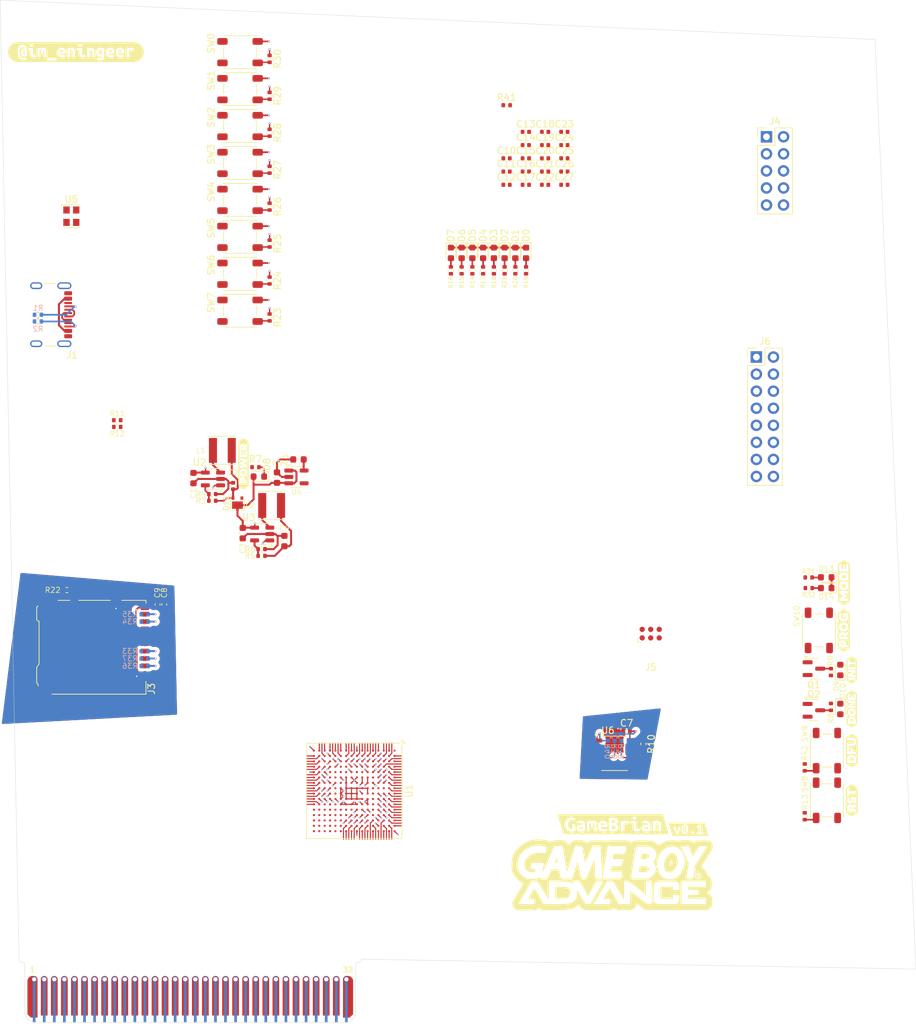
<source format=kicad_pcb>
(kicad_pcb (version 20240108) (generator "pcbnew") (generator_version "8.0")
  (title_block (title "GameBrian") (date "2024-09-09") (rev "0.1") (company "Author: Brian Hong") (comment 1 "MEIRLabs"))
  (layers (0 "F.Cu" signal) (1 "In1.Cu" power) (2 "In2.Cu" signal) (3 "In3.Cu" signal) (4 "In4.Cu" power) (31 "B.Cu" signal) (34 "B.Paste" user) (35 "F.Paste" user) (36 "B.SilkS" user "B.Silkscreen") (37 "F.SilkS" user "F.Silkscreen") (38 "B.Mask" user) (39 "F.Mask" user) (44 "Edge.Cuts" user))
  (net 0 "")
  (net 1 "+3V3")
  (net 2 "/GBA_VDD")
  (net 3 "Net-(C2-Pad1)")
  (net 4 "/USB_DP")
  (net 5 "/USB_DN")
  (net 6 "GND")
  (net 8 "VBUS")
  (net 10 "Net-(J1-CC2)")
  (net 11 "Net-(J1-CC1)")
  (net 12 "/GBA_A5")
  (net 13 "/GBA_A11")
  (net 14 "/GBA_A7")
  (net 15 "/GBA_D2")
  (net 16 "/GBA_D4")
  (net 17 "/GBA_nWR")
  (net 18 "/GBA_D7")
  (net 19 "/GBA_CLK")
  (net 20 "/GBA_D0")
  (net 21 "/GBA_A8")
  (net 22 "/GBA_nCS")
  (net 23 "/GBA_A4")
  (net 24 "/GBA_D1")
  (net 25 "/GBA_A9")
  (net 26 "/GBA_D6")
  (net 27 "/GBA_nCS2")
  (net 28 "/GBA_D5")
  (net 29 "/GBA_A0")
  (net 30 "/GBA_A6")
  (net 31 "/GBA_nRD")
  (net 32 "/GBA_A2")
  (net 33 "/GBA_A13")
  (net 34 "/GBA_D3")
  (net 35 "/GBA_nREQ")
  (net 36 "/GBA_A10")
  (net 37 "/GBA_A12")
  (net 38 "/GBA_A14")
  (net 39 "/GBA_A1")
  (net 40 "/GBA_A3")
  (net 41 "/GBA_A15")
  (net 42 "Net-(D0-A)")
  (net 43 "Net-(D1-A)")
  (net 44 "Net-(D2-A)")
  (net 45 "Net-(D3-A)")
  (net 46 "/SD_DET")
  (net 47 "Net-(D4-A)")
  (net 48 "Net-(D5-A)")
  (net 49 "/DBG_6")
  (net 50 "/DBG_4")
  (net 51 "/DBG_2")
  (net 52 "/DBG_0")
  (net 53 "/DBG_7")
  (net 54 "/DBG_5")
  (net 55 "/DBG_1")
  (net 56 "/DBG_3")
  (net 57 "Net-(D8-K)")
  (net 58 "/board_rst")
  (net 59 "/SW_0")
  (net 60 "/SW_1")
  (net 61 "/SW_2")
  (net 62 "/SW_3")
  (net 63 "/SW_4")
  (net 64 "/SW_5")
  (net 65 "/SW_6")
  (net 66 "/SW_7")
  (net 67 "Net-(D6-A)")
  (net 68 "Net-(D7-A)")
  (net 69 "Net-(J1-D+-PadA6)")
  (net 70 "unconnected-(U1G-PL23C{slash}+{slash}VREF1_7{slash}LDQ29-PadG3)")
  (net 72 "unconnected-(U1C-PT47A{slash}+{slash}GR_PCLK1_0-PadB9)")
  (net 73 "unconnected-(U1G-PL20D{slash}-{slash}LDQ17-PadE1)")
  (net 74 "Net-(J1-D--PadA7)")
  (net 75 "+2V5")
  (net 76 "unconnected-(U1F-PL41D{slash}-{slash}LDQ41-PadM3)")
  (net 78 "+1V1")
  (net 79 "unconnected-(U1C-PT71A{slash}+-PadA11)")
  (net 80 "unconnected-(U1C-PT44B{slash}-{slash}PCLKC1_0-PadB8)")
  (net 81 "/CFG_DONE")
  (net 82 "unconnected-(U1H-PB6B{slash}-{slash}D4{slash}MOSI2{slash}IO4-PadP7)")
  (net 83 "unconnected-(U1D-PR26A{slash}+{slash}HS{slash}RDQ29-PadH12)")
  (net 84 "unconnected-(U1D-PR29B{slash}-{slash}HS{slash}RDQSN29-PadH15)")
  (net 85 "unconnected-(U1D-PR14B{slash}-{slash}HS{slash}RDQ17-PadC15)")
  (net 86 "unconnected-(U1C-PT47B{slash}-{slash}GR_PCLK1_1-PadC9)")
  (net 87 "/CFG_INIT")
  (net 88 "unconnected-(U1F-PL59B{slash}-{slash}HS{slash}LDQ65-PadP3)")
  (net 89 "unconnected-(U1C-PT53B{slash}--PadC10)")
  (net 91 "unconnected-(U1F-PL68D{slash}-{slash}LLC_GPLL0C_IN{slash}LDQ65-PadP5)")
  (net 92 "unconnected-(U1G-PL29C{slash}+{slash}GR_PCLK7_0{slash}LDQ29-PadJ3)")
  (net 93 "unconnected-(U1F-PL62D{slash}-{slash}LDQ65-PadT3)")
  (net 94 "unconnected-(U1D-PR29A{slash}+{slash}GR_PCLK2_1{slash}HS{slash}RDQS29-PadG16)")
  (net 95 "unconnected-(U1B-PT38A{slash}+{slash}PCLKT0_0-PadA7)")
  (net 96 "unconnected-(U1C-PT74B{slash}--PadC12)")
  (net 97 "unconnected-(U1B-PT18A{slash}+-PadA5)")
  (net 98 "Net-(D9-K)")
  (net 99 "unconnected-(U1B-PT9B{slash}--PadD4)")
  (net 100 "unconnected-(U1D-PR11B{slash}-{slash}URC_GPLL0C_IN{slash}HS{slash}RDQ17-PadB15)")
  (net 103 "unconnected-(U1F-PL41B{slash}-{slash}HS{slash}LDQSN41-PadP2)")
  (net 104 "unconnected-(U1F-PL59A{slash}+{slash}HS{slash}LDQ65-PadN4)")
  (net 106 "unconnected-(U1G-PL32A{slash}+{slash}PCLKT7_1{slash}HS{slash}LDQ29-PadJ1)")
  (net 109 "unconnected-(U1G-PL14B{slash}-{slash}HS{slash}LDQ17-PadC2)")
  (net 110 "unconnected-(U1C-PT53A{slash}+-PadB10)")
  (net 112 "unconnected-(U1H-PB13B{slash}-{slash}CS1N-PadP8)")
  (net 113 "unconnected-(U1C-PT83B{slash}--PadA14)")
  (net 114 "unconnected-(U1G-PL29D{slash}-{slash}LDQ29-PadK3)")
  (net 115 "unconnected-(U1G-PL20C{slash}+{slash}LDQ17-PadF2)")
  (net 116 "unconnected-(U1D-PR17A{slash}+{slash}HS{slash}RDQS17-PadD16)")
  (net 117 "Net-(D10-K)")
  (net 119 "/CFG_IO3")
  (net 121 "unconnected-(U1F-PL41A{slash}+{slash}HS{slash}LDQS41-PadN1)")
  (net 122 "unconnected-(U1C-PT58B{slash}--PadC11)")
  (net 123 "/LED_5")
  (net 124 "unconnected-(U1G-PL26B{slash}-{slash}HS{slash}LDQ29-PadH4)")
  (net 125 "unconnected-(U1D-PR17B{slash}-{slash}HS{slash}RDQSN17-PadE15)")
  (net 126 "unconnected-(U1C-PT83A{slash}+-PadA13)")
  (net 127 "unconnected-(U1D-PR32A{slash}+{slash}PCLKT2_1{slash}HS{slash}RDQ29-PadJ16)")
  (net 128 "unconnected-(U1B-PT11B{slash}--PadB4)")
  (net 129 "unconnected-(U1G-PL14D{slash}-{slash}LDQ17-PadF3)")
  (net 131 "unconnected-(U1D-PR14C{slash}+{slash}RDQ17-PadE14)")
  (net 132 "/LED_6")
  (net 133 "unconnected-(U1D-PR29C{slash}+{slash}GR_PCLK2_0{slash}RDQ29-PadJ14)")
  (net 134 "unconnected-(U1C-PT80A{slash}+-PadD13)")
  (net 137 "unconnected-(U1B-PT13A{slash}+-PadE5)")
  (net 138 "unconnected-(U1D-PR23A{slash}+{slash}HS{slash}RDQ29-PadF16)")
  (net 139 "unconnected-(U1D-PR17C{slash}+{slash}RDQ17-PadF13)")
  (net 140 "unconnected-(U1F-PL62C{slash}+{slash}LDQ65-PadR4)")
  (net 142 "unconnected-(U1D-PR11A{slash}+{slash}URC_GPLL0T_IN{slash}HS{slash}RDQ17-PadB16)")
  (net 143 "/LED_7")
  (net 148 "unconnected-(U1C-PT51B{slash}--PadA10)")
  (net 150 "unconnected-(U1G-PL11A{slash}+{slash}ULC_GPLL0T_IN{slash}HS{slash}LDQ17-PadB1)")
  (net 151 "unconnected-(U1C-PT49A{slash}+-PadD9)")
  (net 152 "unconnected-(U1G-PL11B{slash}-{slash}ULC_GPLL0C_IN{slash}HS{slash}LDQ17-PadB2)")
  (net 153 "unconnected-(U1B-PT36B{slash}-{slash}PCLKC0_1-PadB7)")
  (net 155 "unconnected-(U1C-PT85A{slash}+{slash}URC_GPLL1T_IN-PadB14)")
  (net 156 "unconnected-(U1F-PL65B{slash}-{slash}HS{slash}LDQSN65-PadT4)")
  (net 157 "unconnected-(U1B-PT38B{slash}-{slash}PCLKC0_0-PadA8)")
  (net 158 "unconnected-(U1G-PL23B{slash}-{slash}HS{slash}LDQ29-PadG2)")
  (net 161 "unconnected-(U1H-PB6A{slash}+{slash}D5{slash}MISO2{slash}IO5-PadR7)")
  (net 162 "unconnected-(U1D-PR20D{slash}-{slash}RDQ17-PadE16)")
  (net 163 "unconnected-(U1D-PR23C{slash}+{slash}VREF1_2{slash}RDQ29-PadG14)")
  (net 165 "/LED_4")
  (net 166 "unconnected-(U1F-PL44A{slash}+{slash}HS{slash}LDQ41-PadP1)")
  (net 167 "unconnected-(U1B-PT20B{slash}--PadD6)")
  (net 168 "unconnected-(U1G-PL32D{slash}-{slash}PCLKC7_0{slash}LDQ29-PadK2)")
  (net 169 "/LED_3")
  (net 171 "unconnected-(U1F-PL59C{slash}+{slash}LDQ65-PadR2)")
  (net 172 "unconnected-(U1C-PT85B{slash}-{slash}URC_GPLL1C_IN-PadA15)")
  (net 175 "unconnected-(U1C-PT56A{slash}+-PadD10)")
  (net 176 "Net-(D13-A)")
  (net 177 "unconnected-(U1B-PT31B{slash}--PadB6)")
  (net 179 "Net-(D14-A)")
  (net 180 "unconnected-(U1D-PR14A{slash}+{slash}HS{slash}RDQ17-PadC16)")
  (net 182 "unconnected-(U1D-PR32D{slash}-{slash}PCLKC2_0{slash}RDQ29-PadK15)")
  (net 184 "unconnected-(U1C-PT58A{slash}+-PadB11)")
  (net 185 "unconnected-(U1B-PT36A{slash}+{slash}PCLKT0_1-PadC7)")
  (net 186 "unconnected-(U1D-PR20C{slash}+{slash}RDQ17-PadF15)")
  (net 187 "unconnected-(U1D-PR20A{slash}+{slash}HS{slash}RDQ17-PadG12)")
  (net 188 "unconnected-(U1D-PR29D{slash}-{slash}RDQ29-PadK14)")
  (net 189 "unconnected-(U1H-PB4B{slash}-{slash}D6{slash}IO6-PadR6)")
  (net 190 "unconnected-(U1F-PL62A{slash}+{slash}HS{slash}LDQ65-PadP4)")
  (net 191 "unconnected-(U1C-PT71B{slash}--PadA12)")
  (net 192 "unconnected-(U1G-PL14C{slash}+{slash}LDQ17-PadE3)")
  (net 194 "unconnected-(U1B-PT15B{slash}--PadB5)")
  (net 195 "unconnected-(U1F-PL35A{slash}+{slash}PCLKT6_1{slash}HS{slash}LDQ41-PadL1)")
  (net 197 "unconnected-(U1D-PR23B{slash}-{slash}HS{slash}RDQ29-PadG15)")
  (net 198 "unconnected-(U1G-PL26D{slash}-{slash}LDQ29-PadJ5)")
  (net 199 "unconnected-(U1G-PL29B{slash}-{slash}HS{slash}LDQSN29-PadH2)")
  (net 202 "unconnected-(U1B-PT4B{slash}-{slash}ULC_GPLL1C_IN-PadB3)")
  (net 203 "unconnected-(U1F-PL44B{slash}-{slash}VREF1_6{slash}HS{slash}LDQ41-PadR1)")
  (net 204 "unconnected-(U1F-PL35C{slash}+{slash}PCLKT6_0{slash}LDQ41-PadM1)")
  (net 205 "unconnected-(U1G-PL23D{slash}-{slash}LDQ29-PadH3)")
  (net 206 "unconnected-(U1B-PT31A{slash}+-PadC6)")
  (net 207 "unconnected-(U1D-PR32C{slash}+{slash}PCLKT2_0{slash}RDQ29-PadK16)")
  (net 208 "unconnected-(U1D-PR11C{slash}+{slash}RDQ17-PadC14)")
  (net 211 "unconnected-(U1G-PL17B{slash}-{slash}HS{slash}LDQSN17-PadE2)")
  (net 212 "unconnected-(U1B-PT6A{slash}+-PadA3)")
  (net 213 "unconnected-(U1F-PL35D{slash}-{slash}PCLKC6_0{slash}LDQ41-PadM2)")
  (net 215 "unconnected-(U1C-PT78B{slash}--PadC13)")
  (net 216 "unconnected-(U1D-PR32B{slash}-{slash}PCLKC2_1{slash}HS{slash}RDQ29-PadJ15)")
  (net 217 "unconnected-(U1G-PL32B{slash}-{slash}PCLKC7_1{slash}HS{slash}LDQ29-PadJ2)")
  (net 218 "unconnected-(U1B-PT9A{slash}+-PadE4)")
  (net 220 "unconnected-(U1F-PL62B{slash}-{slash}HS{slash}LDQ65-PadR3)")
  (net 222 "unconnected-(U1D-PR26B{slash}-{slash}HS{slash}RDQ29-PadH13)")
  (net 223 "unconnected-(U1F-PL35B{slash}-{slash}PCLKC6_1{slash}HS{slash}LDQ41-PadL2)")
  (net 224 "unconnected-(U1D-PR11D{slash}-{slash}RDQ17-PadD14)")
  (net 227 "unconnected-(U1G-PL17A{slash}+{slash}HS{slash}LDQS17-PadD1)")
  (net 228 "unconnected-(U1F-PL41C{slash}+{slash}LDQ41-PadL3)")
  (net 229 "unconnected-(U1F-PL68C{slash}+{slash}LLC_GPLL0T_IN{slash}LDQ65-PadP6)")
  (net 230 "unconnected-(U1B-PT33A{slash}+{slash}GR_PCLK0_1-PadE7)")
  (net 231 "unconnected-(U1H-PB15A{slash}+{slash}HOLDN{slash}DI{slash}BUSY{slash}CSSPIN{slash}CEN-PadN8)")
  (net 232 "unconnected-(U1D-PR23D{slash}-{slash}RDQ29-PadH14)")
  (net 234 "/LED_0")
  (net 235 "unconnected-(U1B-PT4A{slash}+{slash}ULC_GPLL1T_IN-PadA2)")
  (net 236 "unconnected-(U1F-PL59D{slash}-{slash}LDQ65-PadT2)")
  (net 238 "unconnected-(U1D-PR17D{slash}-{slash}RDQ17-PadF12)")
  (net 239 "unconnected-(U1B-PT13B{slash}--PadD5)")
  (net 240 "/LED_1")
  (net 242 "unconnected-(U1F-PL44D{slash}-{slash}LDQ41-PadN3)")
  (net 243 "/LED_2")
  (net 244 "unconnected-(U1G-PL32C{slash}+{slash}PCLKT7_0{slash}LDQ29-PadK1)")
  (net 245 "unconnected-(U1C-PT69A{slash}+-PadD11)")
  (net 247 "/CFG_IO2")
  (net 248 "unconnected-(U1C-PT76A{slash}+-PadD12)")
  (net 249 "unconnected-(U1B-PT6B{slash}--PadA4)")
  (net 250 "unconnected-(U1G-PL17D{slash}-{slash}LDQ17-PadF5)")
  (net 251 "unconnected-(U1C-PT51A{slash}+-PadA9)")
  (net 252 "unconnected-(U1C-PT74A{slash}+-PadB12)")
  (net 253 "unconnected-(U1G-PL14A{slash}+{slash}HS{slash}LDQ17-PadC1)")
  (net 255 "unconnected-(U1G-PL11C{slash}+{slash}LDQ17-PadC3)")
  (net 257 "unconnected-(U1G-PL11D{slash}-{slash}LDQ17-PadD3)")
  (net 259 "unconnected-(U1D-PR26C{slash}+{slash}RDQ29-PadJ13)")
  (net 261 "unconnected-(U1B-PT33B{slash}-{slash}GR_PCLK0_0-PadD7)")
  (net 263 "unconnected-(U1B-PT18B{slash}--PadA6)")
  (net 265 "unconnected-(U1F-PL44C{slash}+{slash}LDQ41-PadM4)")
  (net 266 "unconnected-(U1G-PL20B{slash}-{slash}HS{slash}LDQ17-PadG4)")
  (net 268 "unconnected-(U1G-PL26C{slash}+{slash}LDQ29-PadJ4)")
  (net 269 "unconnected-(U1B-PT15A{slash}+-PadC5)")
  (net 271 "unconnected-(U1C-PT78A{slash}+-PadB13)")
  (net 272 "unconnected-(U1G-PL29A{slash}+{slash}GR_PCLK7_1{slash}HS{slash}LDQS29-PadG1)")
  (net 274 "unconnected-(U1B-PT11A{slash}+-PadC4)")
  (net 275 "unconnected-(U1G-PL23A{slash}+{slash}HS{slash}LDQ29-PadF1)")
  (net 276 "unconnected-(U1D-PR14D{slash}-{slash}RDQ17-PadF14)")
  (net 277 "unconnected-(U1G-PL17C{slash}+{slash}LDQ17-PadF4)")
  (net 278 "unconnected-(U1F-PL65A{slash}+{slash}HS{slash}LDQS65-PadR5)")
  (net 279 "unconnected-(U1D-PR20B{slash}-{slash}HS{slash}RDQ17-PadG13)")
  (net 280 "Net-(U2-FB)")
  (net 281 "Net-(U2-SW)")
  (net 282 "Net-(U3-SW)")
  (net 283 "Net-(U3-FB)")
  (net 285 "/board_clk")
  (net 287 "/CFG_CLK")
  (net 288 "/CFG_CS")
  (net 289 "/USB_PU")
  (net 290 "/DFU")
  (net 291 "/CFG_PROG")
  (net 292 "/CFG_SDO")
  (net 294 "/TDI")
  (net 295 "/TCK")
  (net 296 "/TDO")
  (net 297 "/TMS")
  (net 298 "/GPIO_7")
  (net 299 "/GPIO_12")
  (net 300 "/GPIO_6")
  (net 301 "/GPIO_15")
  (net 302 "/GPIO_5")
  (net 303 "/GPIO_9")
  (net 304 "/GPIO_2")
  (net 305 "/GPIO_14")
  (net 306 "/GPIO_3")
  (net 307 "/GPIO_0")
  (net 308 "/GPIO_8")
  (net 309 "/GPIO_10")
  (net 310 "/GPIO_13")
  (net 311 "/GPIO_1")
  (net 312 "/GPIO_4")
  (net 313 "/GPIO_11")
  (net 314 "/SD_DAT2")
  (net 315 "/SD_DAT1")
  (net 316 "/SD_DAT3")
  (net 318 "/SD_CLK")
  (net 319 "/SD_CMD")
  (net 320 "/SD_DAT0")
  (net 321 "/CFG_SDI")
  (net 322 "Net-(Q1-D)")
  (net 323 "Net-(Q2-D)")
  (net 324 "/MODE_0")
  (net 325 "/MODE_1")
  (footprint "Capacitor_SMD:C_0402_1005Metric" (layer "F.Cu") (at 92.69 57.78)
    (property "Reference" "C11")
    (property "Value" "100nF")
  )
  (footprint "Capacitor_SMD:C_0603_1608Metric" (layer "F.Cu") (at 46.0625 103.425 -90)
    (property "Reference" "C1")
    (property "Value" "4.7uF")
  )
  (footprint "Resistor_SMD:R_0402_1005Metric" (layer "F.Cu") (at 57.4 46.5 -90)
    (property "Reference" "R29")
    (property "Value" "10k")
  )
  (footprint "LED_SMD:LED_0603_1608Metric" (layer "F.Cu") (at 95.6 69.8875 -90)
    (property "Reference" "D0")
    (property "Value" "~")
  )
  (footprint "Capacitor_SMD:C_0603_1608Metric" (layer "F.Cu") (at 58.5 103.35 90)
    (property "Reference" "C5")
    (property "Value" "1uF")
  )
  (footprint "Resistor_SMD:R_0402_1005Metric" (layer "F.Cu") (at 92.4 72.4875 90)
    (property "Reference" "R21")
    (property "Value" "470")
  )
  (footprint "Package_TO_SOT_SMD:SOT-23" (layer "F.Cu") (at 138.4625 138)
    (property "Reference" "Q2")
    (property "Value" "Q_NMOS_GSD")
  )
  (footprint "Button_Switch_SMD:SW_SPST_PTS647_Sx50" (layer "F.Cu") (at 53 62)
    (property "Reference" "SW4")
    (property "Value" "~")
  )
  (footprint "Capacitor_SMD:C_0402_1005Metric" (layer "F.Cu") (at 98.43 53.84)
    (property "Reference" "C19")
    (property "Value" "100nF")
  )
  (footprint "Button_Switch_SMD:SW_SPST_PTS647_Sx50" (layer "F.Cu") (at 53 51)
    (property "Reference" "SW2")
    (property "Value" "~")
  )
  (footprint "kibuzzard-66DEDB5F" (layer "F.Cu") (at 108.575014 154.969279)
    (property "Reference" "kibuzzard-66DEDB5F" (hide yes))
    (property "Value" "G***" (hide yes))
  )
  (footprint "Button_Switch_SMD:SW_SPST_PTS647_Sx50" (layer "F.Cu") (at 53 45.5)
    (property "Reference" "SW1")
    (property "Value" "~")
  )
  (footprint "GameBrian:SOT1061" (layer "F.Cu") (at 52.6125 107.2 180)
    (property "Reference" "D11")
    (property "Value" "D_Schottky_Dual_CommonCathode_AAK_Parallel")
  )
  (footprint "kibuzzard-66DED556" (layer "F.Cu") (at 144.1 132 90)
    (property "Reference" "kibuzzard-66DED556" (hide yes))
    (property "Value" "G***" (hide yes))
  )
  (footprint "kibuzzard-66DED23A" (layer "F.Cu") (at 144.1 144 90)
    (property "Reference" "kibuzzard-66DED23A" (hide yes))
    (property "Value" "G***" (hide yes))
  )
  (footprint "Capacitor_SMD:C_0402_1005Metric" (layer "F.Cu") (at 101.3 53.84)
    (property "Reference" "C24")
    (property "Value" "10uF")
  )
  (footprint "LED_SMD:LED_0603_1608Metric" (layer "F.Cu") (at 84.4 69.8875 -90)
    (property "Reference" "D7")
    (property "Value" "~")
  )
  (footprint "Resistor_SMD:R_0402_1005Metric" (layer "F.Cu") (at 90.8 72.4875 90)
    (property "Reference" "R18")
    (property "Value" "470")
  )
  (footprint "Capacitor_SMD:C_0603_1608Metric" (layer "F.Cu") (at 61.7 100.65 180)
    (property "Reference" "C6")
    (property "Value" "1uF")
  )
  (footprint "Package_BGA:BGA-256_14.0x14.0mm_Layout16x16_P0.8mm_Ball0.45mm_Pad0.32mm_NSMD" (layer "F.Cu") (at 70 150 -90)
    (property "Reference" "U1")
    (property "Value" "LFE5U-45F-7BG256x")
  )
  (footprint "Button_Switch_SMD:SW_SPST_PTS647_Sx50" (layer "F.Cu") (at 53 78.5)
    (property "Reference" "SW7")
    (property "Value" "~")
  )
  (footprint "Resistor_SMD:R_0402_1005Metric" (layer "F.Cu") (at 34.71 95.8)
    (property "Reference" "R12")
    (property "Value" "22")
  )
  (footprint "kibuzzard-66DED159" (layer "F.Cu") (at 144.1 151.4 90)
    (property "Reference" "kibuzzard-66DED159" (hide yes))
    (property "Value" "G***" (hide yes))
  )
  (footprint "Resistor_SMD:R_0402_1005Metric" (layer "F.Cu") (at 56.2 115 180)
    (property "Reference" "R5")
    (property "Value" "100k")
  )
  (footprint "LED_SMD:LED_0603_1608Metric" (layer "F.Cu") (at 92.4 69.8875 -90)
    (property "Reference" "D2")
    (property "Value" "~")
  )
  (footprint "Button_Switch_SMD:SW_SPST_PTS647_Sx50" (layer "F.Cu") (at 53 73)
    (property "Reference" "SW6")
    (property "Value" "~")
  )
  (footprint "Capacitor_SMD:C_0402_1005Metric" (layer "F.Cu") (at 101.3 55.81)
    (property "Reference" "C25")
    (property "Value" "100nF")
  )
  (footprint "Resistor_SMD:R_0402_1005Metric" (layer "F.Cu") (at 141 137.49 -90)
    (property "Reference" "R8")
    (property "Value" "200")
  )
  (footprint "Capacitor_SMD:C_0402_1005Metric" (layer "F.Cu") (at 101.3 59.75)
    (property "Reference" "C27")
    (property "Value" "100nF")
  )
  (footprint "Capacitor_SMD:C_0402_1005Metric" (layer "F.Cu") (at 95.56 53.84)
    (property "Reference" "C14")
    (property "Value" "10uF")
  )
  (footprint "Capacitor_SMD:C_0402_1005Metric" (layer "F.Cu") (at 98.43 55.81)
    (property "Reference" "C20")
    (property "Value" "10uF")
  )
  (footprint "Capacitor_SMD:C_0402_1005Metric" (layer "F.Cu") (at 51.9625 104.6 90)
    (property "Reference" "C2")
    (property "Value" "10uF")
  )
  (footprint "Resistor_SMD:R_0402_1005Metric" (layer "F.Cu") (at 57.4 52 -90)
    (property "Reference" "R28")
    (property "Value" "10k")
  )
  (footprint "Package_SO:SOP-8_3.9x4.9mm_P1.27mm" (layer "F.Cu") (at 108.775 144.405)
    (property "Reference" "U6")
    (property "Value" "MX25L3233FM1")
  )
  (footprint "Resistor_SMD:R_0402_1005Metric" (layer "F.Cu") (at 137.6875 118.22)
    (property "Reference" "R31")
    (property "Value" "470")
  )
  (footprint "Capacitor_SMD:C_0402_1005Metric" (layer "F.Cu") (at 101.3 57.78)
    (property "Reference" "C26")
    (property "Value" "10uF")
  )
  (footprint "Resistor_SMD:R_0402_1005Metric" (layer "F.Cu") (at 57.4 79.5 -90)
    (property "Reference" "R23")
    (property "Value" "10k")
  )
  (footprint "Resistor_SMD:R_0402_1005Metric" (layer "F.Cu") (at 56.2 114)
    (property "Reference" "R6")
    (property "Value" "120k")
  )
  (footprint "Resistor_SMD:R_0402_1005Metric" (layer "F.Cu") (at 48.8625 106.8 180)
    (property "Reference" "R3")
    (property "Value" "68k")
  )
  (footprint "Connector_PinHeader_2.54mm:PinHeader_2x08_P2.54mm_Vertical" (layer "F.Cu") (at 129.9 85.4)
    (property "Reference" "J6")
    (property "Value" "GPIO")
  )
  (footprint "LED_SMD:LED_0603_1608Metric" (layer "F.Cu") (at 55.8 103.2 180)
    (property "Reference" "D8")
    (property "Value" "POWER")
  )
  (footprint "Package_TO_SOT_SMD:SOT-23" (layer "F.Cu") (at 138.4625 131.8)
    (property "Reference" "Q1")
    (property "Value" "Q_NMOS_GSD")
  )
  (footprint "Capacitor_SMD:C_0402_1005Metric" (layer "F.Cu") (at 110.575 141.105 180)
    (property "Reference" "C7")
    (property "Value" "100nF")
  )
  (footprint "Resistor_SMD:R_0402_1005Metric" (layer "F.Cu") (at 57.4 63 -90)
    (property "Reference" "R26")
    (property "Value" "10k")
  )
  (footprint "LED_SMD:LED_0603_1608Metric" (layer "F.Cu") (at 142.4 137.8 -90)
    (property "Reference" "D10")
    (property "Value" "INIT")
  )
  (footprint "Resistor_SMD:R_0402_1005Metric" (layer "F.Cu") (at 57.4 74 -90)
    (property "Reference" "R24")
    (property "Value" "10k")
  )
  (footprint "kibuzzard-66DEDB75" (layer "F.Cu") (at 119.775014 155.719279)
    (property "Reference" "kibuzzard-66DEDB75" (hide yes))
    (property "Value" "G***" (hide yes))
  )
  (footprint "LED_SMD:LED_0603_1608Metric" (layer "F.Cu") (at 140.3 119.8 180)
    (property "Reference" "D14")
    (property "Value" "~")
  )
  (footprint "Inductor_SMD:L_Taiyo-Yuden_NR-40xx" (layer "F.Cu") (at 50.3625 99.3)
    (property "Reference" "L1")
    (property "Value" "2.2uH")
  )
  (footprint "Resistor_SMD:R_0402_1005Metric" (layer "F.Cu") (at 92.71 47.9)
    (property "Reference" "R41")
    (property "Value" "1.5k")
  )
  (footprint "Button_Switch_SMD:SW_SPST_PTS647_Sx50" (layer "F.Cu") (at 140.4 151.4 90)
    (property "Reference" "SW8")
    (property "Value" "Reset")
  )
  (footprint "Button_Switch_SMD:SW_SPST_PTS647_Sx50" (layer "F.Cu") (at 53 40)
    (property "Reference" "SW0")
    (property "Value" "~")
  )
  (footprint "Resistor_SMD:R_0402_1005Metric" (layer "F.Cu") (at 87.6 72.4875 90)
    (property "Reference" "R14")
    (property "Value" "470")
  )
  (footprint "Capacitor_SMD:C_0402_1005Metric" (layer "F.Cu") (at 92.69 55.81)
    (property "Reference" "C10")
    (property "Value" "10uF")
  )
  (footprint "Resistor_SMD:R_0402_1005Metric" (layer "F.Cu") (at 113.075 143.005 -90)
    (property "Reference" "R10")
    (property "Value" "10k")
  )
  (footprint "Capacitor_SMD:C_0402_1005Metric" (layer "F.Cu") (at 95.56 59.75)
    (property "Reference" "C17")
    (property "Value" "100nF")
  )
  (footprint "Capacitor_SMD:C_0402_1005Metric" (layer "F.Cu") (at 95.56 55.81)
    (property "Reference" "C15")
    (property "Value" "100nF")
  )
  (footprint "Resistor_SMD:R_0402_1005Metric" (layer "F.Cu") (at 141 132.3 90)
    (property "Reference" "R9")
    (property "Value" "200")
  )
  (footprint "Connector_USB:USB_C_Receptacle_GCT_USB4105-xx-A_16P_TopMnt_Horizontal" (layer "F.Cu") (at 23.72 79.1 -90)
    (property "Reference" "J1")
    (property "Value" "USB_C_Receptacle_USB2.0_16P" (hide yes))
  )
  (footprint "kibuzzard-66DED6B8" (layer "F.Cu") (at 53.5 101.3 90)
    (property "Reference" "kibuzzard-66DED6B8" (hide yes))
    (property "Value" "G***" (hide yes))
  )
  (footprint "Inductor_SMD:L_Taiyo-Yuden_NR-40xx" (layer "F.Cu") (at 57.7 107.5)
    (property "Reference" "L2")
    (property "Value" "2.2uH")
  )
  (footprint "GameBrian:GBA_Logo_2" (layer "F.Cu") (at 108.35 162.5)
    (property "Reference" "G***" (hide yes))
    (property "Value" "LOGO" (hide yes))
  )
  (footprint "LED_SMD:LED_0603_1608Metric" (layer "F.Cu") (at 90.8 69.8875 -90)
    (property "Reference" "D3")
    (property "Value" "~")
  )
  (footprint "LED_SMD:LED_0603_1608Metric" (layer "F.Cu") (at 94 69.8875 -90)
    (property "Reference" "D1")
    (property "Value" "~")
  )
  (footprint "Capacitor_SMD:C_0402_1005Metric" (layer "F.Cu") (at 95.56 57.78)
    (property "Reference" "C16")
    (property "Value" "10uF")
  )
  (footprint "kibuzzard-66DED4B2" (layer "F.Cu") (at 142.9 126.1 90)
    (property "Reference" "kibuzzard-66DED4B2" (hide yes))
    (property "Value" "G***" (hide yes))
  )
  (footprint "Connector_Card:microSD_HC_Hirose_DM3AT-SF-PEJM5" (layer "F.Cu") (at 31.1 128.6 -90)
    (property "Reference" "J3")
    (property "Value" "Micro_SD_Card_Det_Hirose_DM3AT" (hide yes))
  )
  (footprint "Resistor_SMD:R_0402_1005Metric" (layer "F.Cu") (at 86 72.4875 90)
    (property "Reference" "R15")
    (property "Value" "470")
  )
  (footprint "Button_Switch_SMD:SW_SPST_PTS647_Sx50" (layer "F.Cu") (at 140.4 144 90)
    (property "Reference" "SW9")
    (property "Value" "DFU")
  )
  (footprint "Resistor_SMD:R_0402_1005Metric" (layer "F.Cu") (at 57.4 68.5 -90)
    (property "Reference" "R25")
    (property "Value" "10k")
  )
  (footprint "Package_TO_SOT_SMD:SOT-23-5" (layer "F.Cu") (at 48.9625 103.55 180)
    (property "Reference" "U2")
    (property "Value" "TLV62568DBV")
  )
  (footprint "Oscillator:Oscillator_SMD_Kyocera_KC2520Z-4Pin_2.5x2.0mm" (layer "F.Cu") (at 27.875 64.425)
    (property "Reference" "U5")
    (property "Value" "KC2520Z")
  )
  (footprint "Capacitor_SMD:C_0603_1608Metric" (layer "F.Cu") (at 59.6 112.8 90)
    (property "Reference" "C4")
    (property "Value" "22uF")
  )
  (footprint "Resistor_SMD:R_0402_1005Metric" (layer "F.Cu") (at 48.8625 105.8)
    (property "Reference" "R4")
    (property "Value" "15k")
  )
  (footprint "Capacitor_SMD:C_0402_1005Metric" (layer "F.Cu") (at 95.56 51.87)
    (property "Reference" "C13")
    (property "Value" "100nF")
  )
  (footprint "Button_Switch_SMD:SW_SPST_PTS647_Sx50" (layer "F.Cu") (at 53 56.5)
    (property "Reference" "SW3")
    (property "Value" "~")
  )
  (footprint "Button_Switch_SMD:SW_SPST_PTS647_Sx50" (layer "F.Cu") (at 139.2 126.1 90)
    (property "Reference" "SW10")
    (property "Value" "Program")
  )
  (footprint "LED_SMD:LED_0603_1608Metric" (layer "F.Cu") (at 86 69.8875 -90)
    (property "Reference" "D6")
    (property "Value" "~")
  )
  (footprint "Capacitor_SMD:C_0402_1005Metric" (layer "F.Cu") (at 98.43 51.87)
    (property "Reference" "C18")
    (property "Value" "10uF")
  )
  (footprint "GameBrian:GameBoy_GamePak_AGB-002_P1.50mm_Edge_Cuts" (layer "F.Cu") (at 45.584 184.454)
    (property "Reference" "J2" (hide yes))
    (property "Value" "GameBoy_GamePak_AGB-002" (hide yes))
    (fp_line (start -24.85 -8.9) (end -25 -8.9) (stroke (width 0.05)) (layer "Edge.Cuts"))
    (fp_line (start -24.65 -1.5) (end -24.65 -8.7) (stroke (width 0.05)) (layer "Edge.Cuts"))
    (fp_line (start -23.15 0) (end 23.15 0) (stroke (width 0.05)) (layer "Edge.Cuts"))
    (fp_line (start 24.65 -8.7) (end 24.65 -1.5) (stroke (width 0.05)) (layer "Edge.Cuts"))
    (fp_line (start 25 -8.9) (end 24.85 -8.9) (stroke (width 0.05)) (layer "Edge.Cuts"))
    (fp_arc (start -25 -8.9) (mid -25.353553 -9.046447) (end -25.5 -9.4) (stroke (width 0.05)) (layer "Edge.Cuts"))
    (fp_arc (start -24.85 -8.9) (mid -24.708579 -8.841421) (end -24.65 -8.7) (stroke (width 0.05)) (layer "Edge.Cuts"))
    (fp_arc (start -23.15 0) (mid -24.21066 -0.43934) (end -24.65 -1.5) (stroke (width 0.05)) (layer "Edge.Cuts"))
    (fp_arc (start 24.65 -8.7) (mid 24.708579 -8.841421) (end 24.85 -8.9) (stroke (width 0.05)) (layer "Edge.Cuts"))
    (fp_arc (start 24.65 -1.5) (mid 24.21066 -0.43934) (end 23.15 0) (stroke (width 0.05)) (layer "Edge.Cuts"))
    (fp_arc (start 25.5 -9.4) (mid 25.353553 -9.046447) (end 25 -8.9) (stroke (width 0.05)) (layer "Edge.Cuts"))
  )
  (footprint "Package_TO_SOT_SMD:SOT-23-5" (layer "F.Cu") (at 61.4 103.25)
    (property "Reference" "U4")
    (property "Value" "TLV73325PDBV")
  )
  (footprint "Capacitor_SMD:C_0603_1608Metric" (layer "F.Cu") (at 53.4 111.625 -90)
    (property "Reference" "C3")
    (property "Value" "4.7uF")
  )
  (footprint "Connector_PinHeader_2.54mm:PinHeader_2x05_P2.54mm_Vertical" (layer "F.Cu") (at 131.4 52.6)
    (property "Reference" "J4")
    (property "Value" "Debug")
  )
  (footprint "Connector:Tag-Connect_TC2030-IDC-FP_2x03_P1.27mm_Vertical" (layer "F.Cu") (at 114.16 126.584)
    (property "Reference" "J5")
    (property "Value" "Config")
  )
  (footprint "LED_SMD:LED_0603_1608Metric" (layer "F.Cu") (at 89.2 69.8875 -90)
    (property "Reference" "D4")
    (property "Value" "~")
  )
  (footprint "Resistor_SMD:R_0402_1005Metric" (layer "F.Cu") (at 27.21 120.1)
    (property "Reference" "R22")
    (property "Value" "10k")
  )
  (footprint "kibuzzard-66DEDB97" (layer "F.Cu") (at 28.55 40)
    (property "Reference" "kibuzzard-66DEDB97" (hide yes))
    (property "Value" "G***" (hide yes))
  )
  (footprint "Resistor_SMD:R_0402_1005Metric" (layer "F.Cu") (at 84.4 72.4875 90)
    (property "Reference" "R16")
    (property "Value" "470")
  )
  (footprint "Capacitor_SMD:C_0402_1005Metric" (layer "F.Cu") (at 41.713 122.239 90)
    (property "Reference" "C8")
    (property "Value" "10uF")
  )
  (footprint "Capacitor_SMD:C_0402_1005Metric" (layer "F.Cu") (at 40.713 122.239 90)
    (property "Reference" "C9")
    (property "Value" "100nF")
  )
  (footprint "Resistor_SMD:R_0402_1005Metric" (layer "F.Cu") (at 137.1 146.5 -90)
    (property "Reference" "R42")
    (property "Value" "10k")
  )
  (footprint "kibuzzard-66DED2DA" (layer "F.Cu") (at 142.9275 119.0075 90)
    (property "Reference" "kibuzzard-66DED2DA" (hide yes))
    (property "Value" "G***" (hide yes))
  )
  (footprint "Resistor_SMD:R_0402_1005Metric" (layer "F.Cu") (at 57.4 41 -90)
    (property "Reference" "R30")
    (property "Value" "10k")
  )
  (footprint "Resistor_SMD:R_0402_1005Metric" (layer "F.Cu") (at 94 72.4875 90)
    (property "Reference" "R20")
    (property "Value" "470")
  )
  (footprint "LED_SMD:LED_0603_1608Metric" (layer "F.Cu") (at 87.6 69.8875 -90)
    (property "Reference" "D5")
    (property "Value" "~")
  )
  (footprint "Resistor_SMD:R_0402_1005Metric" (layer "F.Cu") (at 34.71 94.8)
    (property "Reference" "R11")
    (property "Value" "22")
  )
  (footprint "Capacitor_SMD:C_0402_1005Metric" (layer "F.Cu") (at 101.3 51.87)
    (property "Reference" "C23")
    (property "Value" "100nF")
  )
  (footprint "Resistor_SMD:R_0402_1005Metric" (layer "F.Cu") (at 89.2 72.4875 90)
    (property "Reference" "R17")
    (property "Value" "470")
  )
  (footprint "Capacitor_SMD:C_0402_1005Metric" (layer "F.Cu") (at 98.43 59.75)
    (property "Reference" "C22")
    (property "Value" "10uF")
  )
  (footprint "Package_TO_SOT_SMD:SOT-23-5" (layer "F.Cu") (at 56.3 111.75 180)
    (property "Reference" "U3")
    (property "Value" "TLV62568DBV")
  )
  (footprint "Resistor_SMD:R_0402_1005Metric" (layer "F.Cu") (at 137.7 119.8)
    (property "Reference" "R32")
    (property "Value" "470")
  )
  (footprint "Capacitor_SMD:C_0402_1005Metric" (layer "F.Cu") (at 92.69 59.75)
    (property "Reference" "C12")
    (property "Value" "10uF")
  )
  (footprint "kibuzzard-66DED542" (layer "F.Cu") (at 144.1 137.8 90)
    (property "Reference" "kibuzzard-66DED542" (hide yes))
    (property "Value" "G***" (hide yes))
  )
  (footprint "Resistor_SMD:R_0402_1005Metric" (layer "F.Cu") (at 57.4 57.5 -90)
    (property "Reference" "R27")
    (property "Value" "10k")
  )
  (footprint "Button_Switch_SMD:SW_SPST_PTS647_Sx50" (layer "F.Cu") (at 53 67.5)
    (property "Reference" "SW5")
    (property "Value" "~")
  )
  (footprint "LED_SMD:LED_0603_1608Metric" (layer "F.Cu") (at 140.3 118.2 180)
    (property "Reference" "D13")
    (property "Value" "~")
  )
  (footprint "Resistor_SMD:R_0402_1005Metric" (layer "F.Cu") (at 55.3 101.8 180)
    (property "Reference" "R7")
    (property "Value" "470")
  )
  (footprint "Capacitor_SMD:C_0402_1005Metric" (layer "F.Cu") (at 98.43 57.78)
    (property "Reference" "C21")
    (property "Value" "100nF")
  )
  (footprint "Resistor_SMD:R_0402_1005Metric" (layer "F.Cu") (at 137.1 153.775 -90)
    (property "Reference" "R13")
    (property "Value" "10k")
  )
  (footprint "LED_SMD:LED_0603_1608Metric" (layer "F.Cu") (at 142.4 132 90)
    (property "Reference" "D9")
    (property "Value" "DONE")
  )
  (footprint "Resistor_SMD:R_0402_1005Metric" (layer "F.Cu") (at 95.6 72.4875 90)
    (property "Reference" "R19")
    (property "Value" "470")
  )
  (footprint "Resistor_SMD:R_0402_1005Metric" (layer "B.Cu") (at 38.8 131.4)
    (property "Reference" "R36")
    (property "Value" "10k")
  )
  (footprint "Resistor_SMD:R_0402_1005Metric" (layer "B.Cu") (at 107.775 142.005 -90)
    (property "Reference" "R40")
    (property "Value" "10k")
  )
  (footprint "Resistor_SMD:R_0402_1005Metric" (layer "B.Cu") (at 38.8 123.7)
    (property "Reference" "R35")
    (property "Value" "10k")
  )
  (footprint "Resistor_SMD:R_0402_1005Metric" (layer "B.Cu") (at 109.775 142.005 -90)
    (property "Reference" "R39")
    (property "Value" "10k")
  )
  (footprint "Resistor_SMD:R_0402_1005Metric" (layer "B.Cu") (at 108.775 142.005 -90)
    (property "Reference" "R38")
    (property "Value" "10k")
  )
  (footprint "Resistor_SMD:R_0402_1005Metric" (layer "B.Cu") (at 38.8 130.3)
    (property "Reference" "R37")
    (property "Value" "10k")
  )
  (footprint "Resistor_SMD:R_0402_1005Metric" (layer "B.Cu") (at 38.8 124.8)
    (property "Reference" "R34")
    (property "Value" "10k")
  )
  (footprint "Resistor_SMD:R_0402_1005Metric" (layer "B.Cu") (at 38.8 129.2)
    (property "Reference" "R33")
    (property "Value" "10k")
  )
  (footprint "Resistor_SMD:R_0402_1005Metric" (layer "B.Cu") (at 22.9 79.1 180)
    (property "Reference" "R1")
    (property "Value" "5.1k")
  )
  (footprint "Resistor_SMD:R_0402_1005Metric" (layer "B.Cu") (at 22.9 80.1 180)
    (property "Reference" "R2")
    (property "Value" "5.1k")
  )
  (gr_line (start 153.67 176.53) (end 71.084 175.054) (stroke (width 0.05)) (layer "Edge.Cuts"))
  (gr_line (start 17.272 32.258) (end 147.574 38.1) (stroke (width 0.05)) (layer "Edge.Cuts"))
  (gr_line (start 147.574 38.1) (end 153.67 176.53) (stroke (width 0.05)) (layer "Edge.Cuts"))
  (gr_line (start 20.084 175.054) (end 17.272 32.258) (stroke (width 0.05)) (layer "Edge.Cuts"))
  (segment (start 70 148.4) (end 69.6 148) (width 0.16) (layer "F.Cu") (net 1))
  (segment (start 61.15 102.3) (end 61.4 102.55) (width 0.3) (layer "F.Cu") (net 1))
  (segment (start 55.1625 110.8) (end 53.45 110.8) (width 0.3) (layer "F.Cu") (net 1))
  (segment (start 55.625 38.4) (end 57.3 38.4) (width 0.25) (layer "F.Cu") (net 1))
  (segment (start 68 148) (end 68 148.005) (width 0.16) (layer "F.Cu") (net 1))
  (segment (start 58.5 104.125) (end 57.675 104.125) (width 0.3) (layer "F.Cu") (net 1))
  (segment (start 55.625 71.4) (end 57.3 71.4) (width 0.25) (layer "F.Cu") (net 1))
  (segment (start 70.4 148) (end 70 148.4) (width 0.16) (layer "F.Cu") (net 1))
  (segment (start 52.6125 107.45) (end 52.6125 109.0125) (width 0.3) (layer "F.Cu") (net 1))
  (segment (start 113.075 142.495) (end 111.405 142.495) (width 0.25) (layer "F.Cu") (net 1))
  (segment (start 72 151.2) (end 71.6 151.6) (width 0.16) (layer "F.Cu") (net 1))
  (segment (start 70.4 148.8) (end 70 148.4) (width 0.16) (layer "F.Cu") (net 1))
  (segment (start 55.625 49.4) (end 57.3 49.4) (width 0.25) (layer "F.Cu") (net 1))
  (segment (start 60.2625 104.2) (end 61.05 104.2) (width 0.3) (layer "F.Cu") (net 1))
  (segment (start 70.395 152) (end 70 151.605) (width 0.16) (layer "F.Cu") (net 1))
  (segment (start 111.405 142.495) (end 111.4 142.5) (width 0.25) (layer "F.Cu") (net 1))
  (segment (start 55.2 110.2) (end 55.2 110.7625) (width 0.2) (layer "F.Cu") (net 1))
  (segment (start 55.625 65.9) (end 57.3 65.9) (width 0.25) (layer "F.Cu") (net 1))
  (segment (start 72 148) (end 72 148.8) (width 0.16) (layer "F.Cu") (net 1))
  (segment (start 68 148.005) (end 68.395 148.4) (width 0.16) (layer "F.Cu") (net 1))
  (segment (start 54.15 107.45) (end 52.6125 107.45) (width 0.3) (layer "F.Cu") (net 1))
  (segment (start 68 152) (end 68.4 151.6) (width 0.16) (layer "F.Cu") (net 1))
  (segment (start 68.8 152) (end 68.4 151.6) (width 0.16) (layer "F.Cu") (net 1))
  (segment (start 57.675 104.125) (end 57.4 104.4) (width 0.3) (layer "F.Cu") (net 1))
  (segment (start 65.6 151.2) (end 66 151.6) (width 0.16) (layer "F.Cu") (net 1))
  (segment (start 41.713 122.719) (end 38.831 122.719) (width 0.2) (layer "F.Cu") (net 1))
  (segment (start 61.4 103.85) (end 61.4 102.55) (width 0.3) (layer "F.Cu") (net 1))
  (segment (start 72 152) (end 71.6 151.6) (width 0.16) (layer "F.Cu") (net 1))
  (segment (start 57.4 104.4) (end 55.1125 104.4) (width 0.3) (layer "F.Cu") (net 1))
  (segment (start 55.625 54.9) (end 57.3 54.9) (width 0.25) (layer "F.Cu") (net 1))
  (segment (start 55.0125 104.3) (end 55.0125 106.5875) (width 0.3) (layer "F.Cu") (net 1))
  (segment (start 55.1125 104.4) (end 55.0125 104.3) (width 0.3) (layer "F.Cu") (net 1))
  (segment (start 111.055 142.155) (end 111.4 142.5) (width 0.2) (layer "F.Cu") (net 1))
  (segment (start 58.5 104.125) (end 60.1875 104.125) (width 0.3) (layer "F.Cu") (net 1))
  (segment (start 111.055 141.105) (end 111.055 142.155) (width 0.2) (layer "F.Cu") (net 1))
  (segment (start 71.995 148.8) (end 71.6 149.195) (width 0.16) (layer "F.Cu") (net 1))
  (segment (start 37.513 123.039) (end 37.513 127.739) (width 0.25) (layer "F.Cu") (net 1))
  (segment (start 56.8 112.7) (end 56.4 113.1) (width 0.2) (layer "F.Cu") (net 1))
  (segment (start 53.4 109.8) (end 53.4 110.85) (width 0.3) (layer "F.Cu") (net 1))
  (segment (start 38.831 122.719) (end 38.825 122.725) (width 0.2) (layer "F.Cu") (net 1))
  (segment (start 55.625 60.4) (end 57.3 60.4) (width 0.25) (layer "F.Cu") (net 1))
  (segment (start 52.6125 109.0125) (end 53.4 109.8) (width 0.3) (layer "F.Cu") (net 1))
  (segment (start 72 148.8) (end 71.995 148.8) (width 0.16) (layer "F.Cu") (net 1))
  (segment (start 111.975 141.105) (end 111.055 141.105) (width 0.25) (layer "F.Cu") (net 1))
  (segment (start 55.625 76.9) (end 57.3 76.9) (width 0.25) (layer "F.Cu") (net 1))
  (segment (start 55.625 43.9) (end 57.3 43.9) (width 0.25) (layer "F.Cu") (net 1))
  (segment (start 37.513 127.739) (end 37.849 128.075) (width 0.25) (layer "F.Cu") (net 1))
  (segment (start 68 152) (end 70.4 152) (width 0.16) (layer "F.Cu") (net 1))
  (segment (start 37.849 128.075) (end 38.825 128.075) (width 0.25) (layer "F.Cu") (net 1))
  (segment (start 61.05 104.2) (end 61.4 103.85) (width 0.3) (layer "F.Cu") (net 1))
  (segment (start 70.4 152) (end 70.395 152) (width 0.16) (layer "F.Cu") (net 1))
  (segment (start 55.2 110.7625) (end 55.1625 110.8) (width 0.2) (layer "F.Cu") (net 1))
  (segment (start 55.0125 103.2) (end 55.0125 104.3) (width 0.3) (layer "F.Cu") (net 1))
  (segment (start 69.605 152) (end 70 151.605) (width 0.16) (layer "F.Cu") (net 1))
  (segment (start 55.0125 106.5875) (end 54.15 107.45) (width 0.3) (layer "F.Cu") (net 1))
  (segment (start 57.4375 112.7) (end 56.8 112.7) (width 0.2) (layer "F.Cu") (net 1))
  (segment (start 72 152) (end 72 151.2) (width 0.16) (layer "F.Cu") (net 1))
  (segment (start 69.6 148.8) (end 70 148.4) (width 0.16) (layer "F.Cu") (net 1))
  (segment (start 53.45 110.8) (end 53.4 110.85) (width 0.3) (layer "F.Cu") (net 1))
  (segment (start 60.1875 104.125) (end 60.2625 104.2) (width 0.3) (layer "F.Cu") (net 1))
  (segment (start 60.2625 102.3) (end 61.15 102.3) (width 0.3) (layer "F.Cu") (net 1))
  (segment (start 37.827 122.725) (end 37.513 123.039) (width 0.25) (layer "F.Cu") (net 1))
  (segment (start 69.6 152) (end 69.605 152) (width 0.16) (layer "F.Cu") (net 1))
  (segment (start 38.825 122.725) (end 37.827 122.725) (width 0.25) (layer "F.Cu") (net 1))
  (via (at 56.4 113.1) (size 0.3) (drill 0.2) (layers "F.Cu" "B.Cu") (net 1))
  (via (at 57.3 60.4) (size 0.3) (drill 0.2) (layers "F.Cu" "B.Cu") (net 1))
  (via (at 71.6 149.195) (size 0.25) (drill 0.15) (layers "F.Cu" "B.Cu") (net 1))
  (via (at 57.3 49.4) (size 0.3) (drill 0.2) (layers "F.Cu" "B.Cu") (net 1))
  (via (at 68.4 151.6) (size 0.25) (drill 0.15) (layers "F.Cu" "B.Cu") (net 1))
  (via (at 57.3 71.4) (size 0.3) (drill 0.2) (layers "F.Cu" "B.Cu") (net 1))
  (via (at 57.3 43.9) (size 0.3) (drill 0.2) (layers "F.Cu" "B.Cu") (net 1))
  (via (at 71.6 151.6) (size 0.25) (drill 0.15) (layers "F.Cu" "B.Cu") (net 1))
  (via (at 57.3 65.9) (size 0.3) (drill 0.2) (layers "F.Cu" "B.Cu") (net 1))
  (via (at 57.3 54.9) (size 0.3) (drill 0.2) (layers "F.Cu" "B.Cu") (net 1))
  (via (at 70 148.4) (size 0.25) (drill 0.15) (layers "F.Cu" "B.Cu") (net 1))
  (via (at 66 151.6) (size 0.25) (drill 0.15) (layers "F.Cu" "B.Cu") (net 1))
  (via (at 68.395 148.4) (size 0.25) (drill 0.15) (layers "F.Cu" "B.Cu") (net 1))
  (via (at 70 151.605) (size 0.25) (drill 0.15) (layers "F.Cu" "B.Cu") (net 1))
  (via (at 111.975 141.105) (size 0.3) (drill 0.2) (layers "F.Cu" "B.Cu") (net 1))
  (via (at 57.3 76.9) (size 0.3) (drill 0.2) (layers "F.Cu" "B.Cu") (net 1))
  (via (at 55.2 110.2) (size 0.3) (drill 0.2) (layers "F.Cu" "B.Cu") (net 1))
  (via (at 57.3 38.4) (size 0.3) (drill 0.2) (layers "F.Cu" "B.Cu") (net 1))
  (via (at 37.513 123.039) (size 0.3) (drill 0.2) (layers "F.Cu" "B.Cu") (net 1))
  (segment (start 111.585 141.495) (end 111.975 141.105) (width 0.25) (layer "B.Cu") (net 1))
  (segment (start 109.775 141.495) (end 111.585 141.495) (width 0.25) (layer "B.Cu") (net 1))
  (segment (start 109.775 141.495) (end 107.775 141.495) (width 0.25) (layer "B.Cu") (net 1))
  (segment (start 50.5625 106.8) (end 50.9625 106.4) (width 0.25) (layer "F.Cu") (net 3))
  (segment (start 49.3725 106.8) (end 50.5625 106.8) (width 0.25) (layer "F.Cu") (net 3))
  (segment (start 51.7625 102.8) (end 51.7625 99.3) (width 0.3) (layer "F.Cu") (net 3))
  (segment (start 52.6625 103.7) (end 51.7625 102.8) (width 0.3) (layer "F.Cu") (net 3))
  (segment (start 52.4825 105.08) (end 52.6625 104.9) (width 0.3) (layer "F.Cu") (net 3))
  (segment (start 51.9625 105.08) (end 51.9625 106.4) (width 0.3) (layer "F.Cu") (net 3))
  (segment (start 51.9625 105.08) (end 52.4825 105.08) (width 0.3) (layer "F.Cu") (net 3))
  (segment (start 50.9625 106.4) (end 51.9625 106.4) (width 0.25) (layer "F.Cu") (net 3))
  (segment (start 52.6625 104.9) (end 52.6625 103.7) (width 0.3) (layer "F.Cu") (net 3))
  (segment (start 40.213 120.839) (end 34.713 120.839) (width 0.2) (layer "F.Cu") (net 6))
  (segment (start 57.4 56.99) (end 57.4 56.1) (width 0.2) (layer "F.Cu") (net 6))
  (segment (start 57.4 67.99) (end 57.4 67.1) (width 0.2) (layer "F.Cu") (net 6))
  (segment (start 70.4 150.4) (end 68.8 150.4) (width 0.16) (layer "F.Cu") (net 6))
  (segment (start 57.4 73.49) (end 57.4 72.6) (width 0.2) (layer "F.Cu") (net 6))
  (segment (start 50.4625 105.8) (end 49.3725 105.8) (width 0.3) (layer "F.Cu") (net 6))
  (segment (start 50.9125 103.55) (end 51.2625 103.9) (width 0.3) (layer "F.Cu") (net 6))
  (segment (start 73.6 144.8) (end 74 144.4) (width 0.16) (layer "F.Cu") (net 6))
  (segment (start 57.4 45.99) (end 57.4 45.1) (width 0.2) (layer "F.Cu") (net 6))
  (segment (start 64.8 151.2) (end 65.2 151.6) (width 0.16) (layer "F.Cu") (net 6))
  (segment (start 59.6 112.025) (end 58.675 112.025) (width 0.3) (layer "F.Cu") (net 6))
  (segment (start 58.6 112.1) (end 58.25 111.75) (width 0.3) (layer "F.Cu") (net 6))
  (segment (start 72 149.6) (end 68.8 149.6) (width 0.16) (layer "F.Cu") (net 6))
  (segment (start 51.2625 104.2) (end 51.3425 104.12) (width 0.3) (layer "F.Cu") (net 6))
  (segment (start 66.4 144.8) (end 66 144.4) (width 0.16) (layer "F.Cu") (net 6))
  (segment (start 60.2625 103.25) (end 59.175 103.25) (width 0.3) (layer "F.Cu") (net 6))
  (segment (start 68.8 151.2) (end 68.8 148) (width 0.16) (layer "F.Cu") (net 6))
  (segment (start 84.4 69.1) (end 95.6 69.1) (width 0.3) (layer "F.Cu") (net 6))
  (segment (start 38.825 132.925) (end 37.627 132.925) (width 0.2) (layer "F.Cu") (net 6))
  (segment (start 58.5 101.15) (end 59 100.65) (width 0.3) (layer "F.Cu") (net 6))
  (segment (start 51.2625 105) (end 50.4625 105.8) (width 0.3) (layer "F.Cu") (net 6))
  (segment (start 70.4 144) (end 70.4 143.4) (width 0.16) (layer "F.Cu") (net 6))
  (segment (start 58.675 112.025) (end 58.6 112.1) (width 0.3) (layer "F.Cu") (net 6))
  (segment (start 58 114) (end 58.6 113.4) (width 0.3) (layer "F.Cu") (net 6))
  (segment (start 64 147.2) (end 63.4 147.2) (width 0.16) (layer "F.Cu") (net 6))
  (segment (start 40.713 121.759) (end 41.713 121.759) (width 0.2) (layer "F.Cu") (net 6))
  (segment (start 51.2625 103.9) (end 51.2625 104.2) (width 0.3) (layer "F.Cu") (net 6))
  (segment (start 76 156) (end 76.5 156.5) (width 0.16) (layer "F.Cu") (net 6))
  (segment (start 56.71 114) (end 58 114) (width 0.3) (layer "F.Cu") (net 6))
  (segment (start 50.1 103.55) (end 50.9125 103.55) (width 0.3) (layer "F.Cu") (net 6))
  (segment (start 57.4 40.49) (end 57.4 39.6) (width 0.2) (layer "F.Cu") (net 6))
  (segment (start 46.0625 104.2) (end 46.7125 103.55) (width 0.3) (layer "F.Cu") (net 6))
  (segment (start 71.2 151.2) (end 68.8 151.2) (width 0.16) (layer "F.Cu") (net 6))
  (segment (start 34.525 121.775) (end 34.525 122.827) (width 0.2) (layer "F.Cu") (net 6))
  (segment (start 40.713 121.339) (end 40.213 120.839) (width 0.2) (layer "F.Cu") (net 6))
  (segment (start 58.25 111.75) (end 57.4375 111.75) (width 0.3) (layer "F.Cu") (net 6))
  (segment (start 57.4 51.49) (end 57.4 50.6) (width 0.2) (layer "F.Cu") (net 6))
  (segment (start 58.5 102.575) (end 58.5 101.15) (width 0.3) (layer "F.Cu") (net 6))
  (segment (start 59 100.65) (end 60.925 100.65) (width 0.3) (layer "F.Cu") (net 6))
  (segment (start 34.713 120.839) (end 34.525 121.027) (width 0.2) (layer "F.Cu") (net 6))
  (segment (start 51.3425 104.12) (end 51.9625 104.12) (width 0.3) (layer "F.Cu") (net 6))
  (segment (start 58.6 113.4) (end 58.6 112.1) (width 0.3) (layer "F.Cu") (net 6))
  (segment (start 34.525 122.827) (end 34.513 122.839) (width 0.2) (layer "F.Cu") (net 6))
  (segment (start 72 150.4) (end 72 149.6) (width 0.16) (layer "F.Cu") (net 6))
  (segment (start 64 147.2) (end 63.995 147.2) (width 0.16) (layer "F.Cu") (net 6))
  (segment (start 34.525 121.027) (end 34.525 121.775) (width 0.2) (layer "F.Cu") (net 6))
  (segment (start 57.4 78.99) (end 57.4 78.1) (width 0.2) (layer "F.Cu") (net 6))
  (segment (start 109.675 141.105) (end 109.275 140.705) (width 0.2) (layer "F.Cu") (net 6))
  (segment (start 57.4 62.49) (end 57.4 61.6) (width 0.2) (layer "F.Cu") (net 6))
  (segment (start 40.713 121.759) (end 40.713 121.339) (width 0.2) (layer "F.Cu") (net 6))
  (segment (start 110.095 141.105) (end 109.675 141.105) (width 0.2) (layer "F.Cu") (net 6))
  (segment (start 54.05 111.75) (end 57.4375 111.75) (width 0.3) (layer "F.Cu") (net 6))
  (segment (start 73.6 155.2) (end 73.2 154.8) (width 0.16) (layer "F.Cu") (net 6))
  (segment (start 37.627 132.925) (end 37.613 132.939) (width 0.2) (layer "F.Cu") (net 6))
  (segment (start 70.4 156) (end 70.4 156.6) (width 0.16) (layer "F.Cu") (net 6))
  (segment (start 64 144) (end 63.4 143.4) (width 0.16) (layer "F.Cu") (net 6))
  (segment (start 141.0875 119.8) (end 141.0875 118.2) (width 0.3) (layer "F.Cu") (net 6))
  (segment (start 59.175 103.25) (end 58.5 102.575) (width 0.3) (layer "F.Cu") (net 6))
  (segment (start 70.4 151.2) (end 70.4 149.6) (width 0.16) (layer "F.Cu") (net 6))
  (segment (start 51.2625 104.2) (end 51.2625 105) (width 0.3) (layer "F.Cu") (net 6))
  (segment (start 69.6 151.2) (end 69.6 149.6) (width 0.16) (layer "F.Cu") (net 6))
  (segment (start 46.7125 103.55) (end 50.1 103.55) (width 0.3) (layer "F.Cu") (net 6))
  (segment (start 53.4 112.4) (end 54.05 111.75) (width 0.3) (layer "F.Cu") (net 6))
  (segment (start 66.4 151.2) (end 66.8 151.6) (width 0.16) (layer "F.Cu") (net 6))
  (via (at 63.4 143.4) (size 0.25) (drill 0.15) (layers "F.Cu" "B.Cu") (net 6))
  (via (at 57.4 67.1) (size 0.3) (drill 0.2) (layers "F.Cu" "B.Cu") (net 6))
  (via (at 70.4 156.6) (size 0.25) (drill 0.15) (layers "F.Cu" "B.Cu") (net 6))
  (via (at 57.4 61.6) (size 0.3) (drill 0.2) (layers "F.Cu" "B.Cu") (net 6))
  (via (at 70.4 143.4) (size 0.25) (drill 0.15) (layers "F.Cu" "B.Cu") (net 6))
  (via (at 66 144.4) (size 0.25) (drill 0.15) (layers "F.Cu" "B.Cu") (net 6))
  (via (at 73.2 154.8) (size 0.25) (drill 0.15) (layers "F.Cu" "B.Cu") (net 6))
  (via (at 66.8 151.6) (size 0.25) (drill 0.15) (layers "F.Cu" "B.Cu") (net 6))
  (via (at 34.513 122.839) (size 0.3) (drill 0.2) (layers "F.Cu" "B.Cu") (net 6))
  (via (at 63.4 147.2) (size 0.25) (drill 0.15) (layers "F.Cu" "B.Cu") (net 6))
  (via (at 57.4 56.1) (size 0.3) (drill 0.2) (layers "F.Cu" "B.Cu") (net 6))
  (via (at 57.4 72.6) (size 0.3) (drill 0.2) (layers "F.Cu" "B.Cu") (net 6))
  (via (at 57.4 39.6) (size 0.3) (drill 0.2) (layers "F.Cu" "B.Cu") (net 6))
  (via (at 57.4 45.1) (size 0.3) (drill 0.2) (layers "F.Cu" "B.Cu") (net 6))
  (via (at 57.4 78.1) (size 0.3) (drill 0.2) (layers "F.Cu" "B.Cu") (net 6))
  (via (at 109.275 140.705) (size 0.3) (drill 0.2) (layers "F.Cu" "B.Cu") (net 6))
  (via (at 76.5 156.5) (size 0.25) (drill 0.15) (layers "F.Cu" "B.Cu") (net 6))
  (via (at 37.613 132.939) (size 0.3) (drill 0.2) (layers "F.Cu" "B.Cu") (net 6))
  (via (at 65.2 151.6) (size 0.25) (drill 0.15) (layers "F.Cu" "B.Cu") (net 6))
  (via (at 74 144.4) (size 0.25) (drill 0.15) (layers "F.Cu" "B.Cu") (net 6))
  (via (at 57.4 50.6) (size 0.3) (drill 0.2) (layers "F.Cu" "B.Cu") (net 6))
  (segment (start 46.1125 102.6) (end 46.0625 102.65) (width 0.3) (layer "F.Cu") (net 8))
  (segment (start 26.025 77.535305) (end 26.025 80.664695) (width 0.3) (layer "F.Cu") (net 8))
  (segment (start 27.4 76.7) (end 26.860305 76.7) (width 0.3) (layer "F.Cu") (net 8))
  (segment (start 26.860305 76.7) (end 26.025 77.535305) (width 0.3) (layer "F.Cu") (net 8))
  (segment (start 47.8625 102.5625) (end 47.825 102.6) (width 0.2) (layer "F.Cu") (net 8))
  (segment (start 49.2625 104.5) (end 48.9625 104.8) (width 0.2) (layer "F.Cu") (net 8))
  (segment (start 47.825 102.6) (end 46.1125 102.6) (width 0.3) (layer "F.Cu") (net 8))
  (segment (start 47.8625 101.9) (end 47.8625 102.5625) (width 0.2) (layer "F.Cu") (net 8))
  (segment (start 50.1 104.5) (end 49.2625 104.5) (width 0.2) (layer "F.Cu") (net 8))
  (segment (start 26.860305 81.5) (end 27.4 81.5) (width 0.3) (layer "F.Cu") (net 8))
  (segment (start 26.025 80.664695) (end 26.860305 81.5) (width 0.3) (layer "F.Cu") (net 8))
  (via (at 47.8625 101.9) (size 0.3) (drill 0.2) (layers "F.Cu" "B.Cu") (net 8))
  (via (at 48.9625 104.8) (size 0.3) (drill 0.2) (layers "F.Cu" "B.Cu") (net 8))
  (segment (start 28.45 80.85) (end 28.5 80.8) (width 0.25) (layer "F.Cu") (net 10))
  (segment (start 27.4 80.85) (end 28.45 80.85) (width 0.25) (layer "F.Cu") (net 10))
  (via (at 28.5 80.8) (size 0.3) (drill 0.2) (layers "F.Cu" "B.Cu") (net 10))
  (segment (start 27.8 80.1) (end 28.5 80.8) (width 0.25) (layer "B.Cu") (net 10))
  (segment (start 23.41 80.1) (end 27.8 80.1) (width 0.25) (layer "B.Cu") (net 10))
  (segment (start 27.4 77.85) (end 28.45 77.85) (width 0.25) (layer "F.Cu") (net 11))
  (segment (start 28.45 77.85) (end 28.5 77.9) (width 0.25) (layer "F.Cu") (net 11))
  (via (at 28.5 77.9) (size 0.3) (drill 0.2) (layers "F.Cu" "B.Cu") (net 11))
  (segment (start 27.1 79.1) (end 23.41 79.1) (width 0.25) (layer "B.Cu") (net 11))
  (segment (start 28.5 77.9) (end 28.3 77.9) (width 0.25) (layer "B.Cu") (net 11))
  (segment (start 28.3 77.9) (end 27.1 79.1) (width 0.25) (layer "B.Cu") (net 11))
  (segment (start 95.6 70.675) (end 95.6 71.9775) (width 0.25) (layer "F.Cu") (net 42))
  (segment (start 94 70.675) (end 94 71.9775) (width 0.25) (layer "F.Cu") (net 43))
  (segment (start 92.4 70.675) (end 92.4 71.9775) (width 0.25) (layer "F.Cu") (net 44))
  (segment (start 90.8 70.675) (end 90.8 71.9775) (width 0.25) (layer "F.Cu") (net 45))
  (segment (start 35.713 120.339) (end 42.313 120.339) (width 0.25) (layer "F.Cu") (net 46))
  (segment (start 28.613 120.639) (end 28.913 120.339) (width 0.25) (layer "F.Cu") (net 46))
  (segment (start 28.913 120.339) (end 35.713 120.339) (width 0.25) (layer "F.Cu") (net 46))
  (segment (start 28.674 120.1) (end 28.913 120.339) (width 0.2) (layer "F.Cu") (net 46))
  (segment (start 28.325 121.775) (end 28.325 120.927) (width 0.25) (layer "F.Cu") (net 46))
  (segment (start 28.325 120.927) (end 28.613 120.639) (width 0.25) (layer "F.Cu") (net 46))
  (segment (start 27.72 120.1) (end 28.674 120.1) (width 0.2) (layer "F.Cu") (net 46))
  (segment (start 89.2 70.675) (end 89.2 71.9775) (width 0.25) (layer "F.Cu") (net 47))
  (segment (start 87.6 70.675) (end 87.6 71.9775) (width 0.25) (layer "F.Cu") (net 48))
  (segment (start 56.5875 102.0875) (end 56.5875 103.2) (width 0.2) (layer "F.Cu") (net 57))
  (segment (start 55.81 101.8) (end 56.3 101.8) (width 0.2) (layer "F.Cu") (net 57))
  (segment (start 56.3 101.8) (end 56.5875 102.0875) (width 0.2) (layer "F.Cu") (net 57))
  (segment (start 138.54 154.285) (end 138.8 154.025) (width 0.25) (layer "F.Cu") (net 58))
  (segment (start 138.76 153.985) (end 138.8 154.025) (width 0.25) (layer "F.Cu") (net 58))
  (segment (start 137.1 154.285) (end 138.54 154.285) (width 0.25) (layer "F.Cu") (net 58))
  (segment (start 55.715 41.51) (end 55.625 41.6) (width 0.2) (layer "F.Cu") (net 59))
  (segment (start 57.4 41.51) (end 55.715 41.51) (width 0.2) (layer "F.Cu") (net 59))
  (segment (start 55.715 47.01) (end 55.625 47.1) (width 0.2) (layer "F.Cu") (net 60))
  (segment (start 57.4 47.01) (end 55.715 47.01) (width 0.2) (layer "F.Cu") (net 60))
  (segment (start 55.715 52.51) (end 55.625 52.6) (width 0.2) (layer "F.Cu") (net 61))
  (segment (start 57.4 52.51) (end 55.715 52.51) (width 0.2) (layer "F.Cu") (net 61))
  (segment (start 55.715 58.01) (end 55.625 58.1) (width 0.2) (layer "F.Cu") (net 62))
  (segment (start 57.4 58.01) (end 55.715 58.01) (width 0.2) (layer "F.Cu") (net 62))
  (segment (start 55.715 63.51) (end 55.625 63.6) (width 0.2) (layer "F.Cu") (net 63))
  (segment (start 57.4 63.51) (end 55.715 63.51) (width 0.2) (layer "F.Cu") (net 63))
  (segment (start 55.715 69.01) (end 55.625 69.1) (width 0.2) (layer "F.Cu") (net 64))
  (segment (start 57.4 69.01) (end 55.715 69.01) (width 0.2) (layer "F.Cu") (net 64))
  (segment (start 55.715 74.51) (end 55.625 74.6) (width 0.2) (layer "F.Cu") (net 65))
  (segment (start 57.4 74.51) (end 55.715 74.51) (width 0.2) (layer "F.Cu") (net 65))
  (segment (start 55.715 80.01) (end 55.625 80.1) (width 0.2) (layer "F.Cu") (net 66))
  (segment (start 57.4 80.01) (end 55.715 80.01) (width 0.2) (layer "F.Cu") (net 66))
  (segment (start 86 70.675) (end 86 71.9775) (width 0.25) (layer "F.Cu") (net 67))
  (segment (start 84.4 70.675) (end 84.4 71.9775) (width 0.25) (layer "F.Cu") (net 68))
  (segment (start 26.75 78.85) (end 27.4 78.85) (width 0.25) (layer "F.Cu") (net 69))
  (segment (start 26.5 79.592764) (end 26.5 79.1) (width 0.25) (layer "F.Cu") (net 69))
  (segment (start 27.4 79.85) (end 26.757236 79.85) (width 0.25) (layer "F.Cu") (net 69))
  (segment (start 26.757236 79.85) (end 26.5 79.592764) (width 0.25) (layer "F.Cu") (net 69))
  (segment (start 26.5 79.1) (end 26.75 78.85) (width 0.25) (layer "F.Cu") (net 69))
  (segment (start 71.2 145.6) (end 71.6 145.2) (width 0.16) (layer "F.Cu") (net 70))
  (via (at 71.6 145.2) (size 0.25) (drill 0.15) (layers "F.Cu" "B.Cu") (net 70))
  (segment (start 75.2 150.4) (end 75.6 150.8) (width 0.16) (layer "F.Cu") (net 72))
  (segment (start 75.6 150.8) (end 77.1 150.8) (width 0.16) (layer "F.Cu") (net 72))
  (segment (start 72.8 144) (end 72.8 142.9) (width 0.16) (layer "F.Cu") (net 73))
  (segment (start 28.3 79.092764) (end 28.3 78.6) (width 0.25) (layer "F.Cu") (net 74))
  (segment (start 27.4 79.35) (end 28.042764 79.35) (width 0.25) (layer "F.Cu") (net 74))
  (segment (start 28.042764 79.35) (end 28.3 79.092764) (width 0.25) (layer "F.Cu") (net 74))
  (segment (start 28.05 78.35) (end 27.4 78.35) (width 0.25) (layer "F.Cu") (net 74))
  (segment (start 28.3 78.6) (end 28.05 78.35) (width 0.25) (layer "F.Cu") (net 74))
  (segment (start 71.2 152) (end 71.195 152) (width 0.16) (layer "F.Cu") (net 75))
  (segment (start 62.475 102.2375) (end 62.5375 102.3) (width 0.3) (layer "F.Cu") (net 75))
  (segment (start 71.195 152) (end 70.8 151.605) (width 0.16) (layer "F.Cu") (net 75))
  (segment (start 62.475 100.65) (end 62.475 102.2375) (width 0.3) (layer "F.Cu") (net 75))
  (via (at 70.8 151.605) (size 0.25) (drill 0.15) (layers "F.Cu" "B.Cu") (net 75))
  (segment (start 67.2 145.6) (end 66.8 145.2) (width 0.16) (layer "F.Cu") (net 76))
  (via (at 66.8 145.2) (size 0.25) (drill 0.15) (layers "F.Cu" "B.Cu") (net 76))
  (segment (start 59.1 109.8) (end 60.6 111.3) (width 0.3) (layer "F.Cu") (net 78))
  (segment (start 68 151.2) (end 68 151.195) (width 0.16) (layer "F.Cu") (net 78))
  (segment (start 56.71 115) (end 58.175 115) (width 0.3) (layer "F.Cu") (net 78))
  (segment (start 71.195 148.8) (end 70.8 149.195) (width 0.16) (layer "F.Cu") (net 78))
  (segment (start 68 149.605) (end 68.395 150) (width 0.16) (layer "F.Cu") (net 78))
  (segment (start 68 150.395) (end 68.395 150) (width 0.16) (layer "F.Cu") (net 78))
  (segment (start 59.1 107.5) (end 59.1 109.8) (width 0.3) (layer "F.Cu") (net 78))
  (segment (start 71.2 148) (end 71.2 148.8) (width 0.16) (layer "F.Cu") (net 78))
  (segment (start 68 151.195) (end 68.395 150.8) (width 0.16) (layer "F.Cu") (net 78))
  (segment (start 71.2 150.4) (end 70.805 150.005) (width 0.16) (layer "F.Cu") (net 78))
  (segment (start 68 150.4) (end 68 150.405) (width 0.16) (layer "F.Cu") (net 78))
  (segment (start 71.2 148.8) (end 71.195 148.8) (width 0.16) (layer "F.Cu") (net 78))
  (segment (start 60.325 113.575) (end 60.6 113.3) (width 0.3) (layer "F.Cu") (net 78))
  (segment (start 68 149.6) (end 68 149.605) (width 0.16) (layer "F.Cu") (net 78))
  (segment (start 59.6 113.575) (end 60.325 113.575) (width 0.3) (layer "F.Cu") (net 78))
  (segment (start 68 150.4) (end 68 150.395) (width 0.16) (layer "F.Cu") (net 78))
  (segment (start 68 150.405) (end 68.395 150.8) (width 0.16) (layer "F.Cu") (net 78))
  (segment (start 58.175 115) (end 59.6 113.575) (width 0.3) (layer "F.Cu") (net 78))
  (segment (start 68 149.6) (end 68 151.2) (width 0.16) (layer "F.Cu") (net 78))
  (segment (start 60.6 113.3) (end 60.6 111.3) (width 0.3) (layer "F.Cu") (net 78))
  (via (at 68.395 150) (size 0.25) (drill 0.15) (layers "F.Cu" "B.Cu") (net 78))
  (via (at 70.8 149.195) (size 0.25) (drill 0.15) (layers "F.Cu" "B.Cu") (net 78))
  (via (at 70.805 150.005) (size 0.25) (drill 0.15) (layers "F.Cu" "B.Cu") (net 78))
  (via (at 68.395 150.8) (size 0.25) (drill 0.15) (layers "F.Cu" "B.Cu") (net 78))
  (segment (start 76 152) (end 77.1 152) (width 0.16) (layer "F.Cu") (net 79))
  (segment (start 75.6 150) (end 77.1 150) (width 0.16) (layer "F.Cu") (net 80))
  (segment (start 75.2 149.6) (end 75.6 150) (width 0.16) (layer "F.Cu") (net 80))
  (segment (start 65.6 150.4) (end 65.2 150.8) (width 0.16) (layer "F.Cu") (net 81))
  (via (at 65.2 150.8) (size 0.25) (drill 0.15) (layers "F.Cu" "B.Cu") (net 81))
  (segment (start 65.6 148.8) (end 65.2 148.4) (width 0.16) (layer "F.Cu") (net 82))
  (via (at 65.2 148.4) (size 0.25) (drill 0.15) (layers "F.Cu" "B.Cu") (net 82))
  (segment (start 70.4 152.8) (end 70 153.2) (width 0.16) (layer "F.Cu") (net 83))
  (via (at 70 153.2) (size 0.25) (drill 0.15) (layers "F.Cu" "B.Cu") (net 83))
  (segment (start 70.4 155.2) (end 70 155.6) (width 0.16) (layer "F.Cu") (net 84))
  (segment (start 70 155.6) (end 70 157) (width 0.16) (layer "F.Cu") (net 84))
  (segment (start 70 157) (end 70 157.2) (width 0.16) (layer "F.Cu") (net 84))
  (segment (start 74.8 155.6) (end 74.8 157.2) (width 0.16) (layer "F.Cu") (net 85))
  (segment (start 74.4 155.2) (end 74.8 155.6) (width 0.16) (layer "F.Cu") (net 85))
  (segment (start 74.4 150.4) (end 74.8 150.8) (width 0.16) (layer "F.Cu") (net 86))
  (via (at 74.8 150.8) (size 0.25) (drill 0.15) (layers "F.Cu" "B.Cu") (net 86))
  (segment (start 64 150.4) (end 62.9 150.4) (width 0.16) (layer "F.Cu") (net 87))
  (segment (start 65.6 145.6) (end 65.2 145.2) (width 0.16) (layer "F.Cu") (net 88))
  (via (at 65.2 145.2) (size 0.25) (drill 0.15) (layers "F.Cu" "B.Cu") (net 88))
  (segment (start 74.4 151.2) (end 74.8 151.6) (width 0.16) (layer "F.Cu") (net 89))
  (via (at 74.8 151.6) (size 0.25) (drill 0.15) (layers "F.Cu" "B.Cu") (net 89))
  (segment (start 65.6 147.2) (end 66 147.6) (width 0.16) (layer "F.Cu") (net 91))
  (via (at 66 147.6) (size 0.25) (drill 0.15) (layers "F.Cu" "B.Cu") (net 91))
  (segment (start 69.6 145.6) (end 70 145.2) (width 0.16) (layer "F.Cu") (net 92))
  (via (at 70 145.2) (size 0.25) (drill 0.15) (layers "F.Cu" "B.Cu") (net 92))
  (segment (start 64 145.6) (end 62.9 145.6) (width 0.16) (layer "F.Cu") (net 93))
  (segment (start 71.2 156) (end 71.2 157.2) (width 0.16) (layer "F.Cu") (net 94))
  (segment (start 76 148.8) (end 77.1 148.8) (width 0.16) (layer "F.Cu") (net 95))
  (segment (start 74.4 152.8) (end 74.8 153.2) (width 0.16) (layer "F.Cu") (net 96))
  (via (at 74.8 153.2) (size 0.25) (drill 0.15) (layers "F.Cu" "B.Cu") (net 96))
  (segment (start 76 147.2) (end 77.1 147.2) (width 0.16) (layer "F.Cu") (net 97))
  (segment (start 73.6 146.4) (end 74 146) (width 0.16) (layer "F.Cu") (net 99))
  (via (at 74 146) (size 0.25) (drill 0.15) (layers "F.Cu" "B.Cu") (net 99))
  (segment (start 75.59 155.59) (end 75.59 157.19) (width 0.16) (layer "F.Cu") (net 100))
  (segment (start 75.2 155.2) (end 75.59 155.59) (width 0.16) (layer "F.Cu") (net 100))
  (segment (start 65.2 144.4) (end 65.2 142.9) (width 0.16) (layer "F.Cu") (net 103))
  (segment (start 65.6 144.8) (end 65.2 144.4) (width 0.16) (layer "F.Cu") (net 103))
  (segment (start 66.4 146.4) (end 66 146.8) (width 0.16) (layer "F.Cu") (net 104))
  (via (at 66 146.8) (size 0.25) (drill 0.15) (layers "F.Cu" "B.Cu") (net 104))
  (segment (start 69.6 144) (end 69.6 142.9) (width 0.16) (layer "F.Cu") (net 106))
  (segment (start 74.4 144.8) (end 74.8 144.4) (width 0.16) (layer "F.Cu") (net 109))
  (segment (start 74.8 144.4) (end 74.8 142.9) (width 0.16) (layer "F.Cu") (net 109))
  (segment (start 75.6 151.6) (end 77.1 151.6) (width 0.16) (layer "F.Cu") (net 110))
  (segment (start 75.2 151.2) (end 75.6 151.6) (width 0.16) (layer "F.Cu") (net 110))
  (segment (start 65.6 149.6) (end 65.595 149.6) (width 0.16) (layer "F.Cu") (net 112))
  (segment (start 65.595 149.6) (end 65.2 149.995) (width 0.16) (layer "F.Cu") (net 112))
  (via (at 65.2 149.995) (size 0.25) (drill 0.15) (layers "F.Cu" "B.Cu") (net 112))
  (segment (start 76 154.4) (end 77.1 154.4) (width 0.16) (layer "F.Cu") (net 113))
  (segment (start 68.8 145.6) (end 69.2 145.2) (width 0.16) (layer "F.Cu") (net 114))
  (via (at 69.2 145.2) (size 0.25) (drill 0.15) (layers "F.Cu" "B.Cu") (net 114))
  (segment (start 72 144.8) (end 72.4 144.4) (width 0.16) (layer "F.Cu") (net 115))
  (segment (start 72.4 144.4) (end 72.4 142.9) (width 0.16) (layer "F.Cu") (net 115))
  (segment (start 73.6 156) (end 73.6 157.2) (width 0.16) (layer "F.Cu") (net 116))
  (segment (start 66.4 148.8) (end 66 148.4) (width 0.16) (layer "F.Cu") (net 119))
  (segment (start 111.4 143.77) (end 112.82 143.77) (width 0.25) (layer "F.Cu") (net 119))
  (segment (start 112.82 143.77) (end 113.075 143.515) (width 0.25) (layer "F.Cu") (net 119))
  (via (at 66 148.4) (size 0.25) (drill 0.15) (layers "F.Cu" "B.Cu") (net 119))
  (segment (start 66.4 144) (end 66.4 142.9) (width 0.16) (layer "F.Cu") (net 121))
  (segment (start 74.4 152) (end 74.8 152.4) (width 0.16) (layer "F.Cu") (net 122))
  (via (at 74.8 152.4) (size 0.25) (drill 0.15) (layers "F.Cu" "B.Cu") (net 122))
  (segment (start 70.4 146.4) (end 70 146) (width 0.16) (layer "F.Cu") (net 124))
  (via (at 70 146) (size 0.25) (drill 0.15) (layers "F.Cu" "B.Cu") (net 124))
  (segment (start 72.8 155.2) (end 73.2 155.6) (width 0.16) (layer "F.Cu") (net 125))
  (segment (start 73.2 155.6) (end 73.2 157.2) (width 0.16) (layer "F.Cu") (net 125))
  (segment (start 76 153.6) (end 77.1 153.6) (width 0.16) (layer "F.Cu") (net 126))
  (segment (start 69.6 156) (end 69.6 157.2) (width 0.16) (layer "F.Cu") (net 127))
  (segment (start 75.6 146.8) (end 77.1 146.8) (width 0.16) (layer "F.Cu") (net 128))
  (segment (start 75.2 146.4) (end 75.6 146.8) (width 0.16) (layer "F.Cu") (net 128))
  (segment (start 72 145.6) (end 72.4 145.2) (width 0.16) (layer "F.Cu") (net 129))
  (via (at 72.4 145.2) (size 0.25) (drill 0.15) (layers "F.Cu" "B.Cu") (net 129))
  (segment (start 72.8 154.4) (end 72.4 154.8) (width 0.16) (layer "F.Cu") (net 131))
  (segment (start 72.4 154.8) (end 72.4 156.9) (width 0.16) (layer "F.Cu") (net 131))
  (segment (start 72.4 156.9) (end 72.4 157.2) (width 0.16) (layer "F.Cu") (net 131))
  (segment (start 69.6 154.4) (end 69.2 154.8) (width 0.16) (layer "F.Cu") (net 133))
  (via (at 69.2 154.8) (size 0.25) (drill 0.15) (layers "F.Cu" "B.Cu") (net 133))
  (segment (start 73.6 153.6) (end 74 154) (width 0.16) (layer "F.Cu") (net 134))
  (via (at 74 154) (size 0.25) (drill 0.15) (layers "F.Cu" "B.Cu") (net 134))
  (segment (start 72.8 147.2) (end 73.2 146.8) (width 0.16) (layer "F.Cu") (net 137))
  (via (at 73.2 146.8) (size 0.25) (drill 0.15) (layers "F.Cu" "B.Cu") (net 137))
  (segment (start 72 156) (end 72 157.2) (width 0.16) (layer "F.Cu") (net 138))
  (segment (start 72 153.6) (end 71.6 154) (width 0.16) (layer "F.Cu") (net 139))
  (via (at 71.6 154) (size 0.25) (drill 0.15) (layers "F.Cu" "B.Cu") (net 139))
  (segment (start 64.4 146.8) (end 62.9 146.8) (width 0.16) (layer "F.Cu") (net 140))
  (segment (start 64.8 146.4) (end 64.4 146.8) (width 0.16) (layer "F.Cu") (net 140))
  (segment (start 75.2 156) (end 75.2 157.2) (width 0.16) (layer "F.Cu") (net 142))
  (segment (start 76 151.2) (end 77.1 151.2) (width 0.16) (layer "F.Cu") (net 148))
  (segment (start 75.2 144) (end 75.2 142.9) (width 0.16) (layer "F.Cu") (net 150))
  (segment (start 73.6 150.4) (end 74 150.8) (width 0.16) (layer "F.Cu") (net 151))
  (via (at 74 150.8) (size 0.25) (drill 0.15) (layers "F.Cu" "B.Cu") (net 151))
  (segment (start 75.6 144.4) (end 75.6 142.9) (width 0.16) (layer "F.Cu") (net 152))
  (segment (start 75.2 144.8) (end 75.6 144.4) (width 0.16) (layer "F.Cu") (net 152))
  (segment (start 75.2 148.8) (end 75.6 149.2) (width 0.16) (layer "F.Cu") (net 153))
  (segment (start 75.6 149.2) (end 77.1 149.2) (width 0.16) (layer "F.Cu") (net 153))
  (segment (start 75.2 154.4) (end 75.6 154.8) (width 0.16) (layer "F.Cu") (net 155))
  (segment (start 75.6 154.8) (end 77.1 154.8) (width 0.16) (layer "F.Cu") (net 155))
  (segment (start 64 146.4) (end 62.9 146.4) (width 0.16) (layer "F.Cu") (net 156))
  (segment (start 76 149.6) (end 77.1 149.6) (width 0.16) (layer "F.Cu") (net 157))
  (segment (start 71.6 144.4) (end 71.6 142.9) (width 0.16) (layer "F.Cu") (net 158))
  (segment (start 71.2 144.8) (end 71.6 144.4) (width 0.16) (layer "F.Cu") (net 158))
  (segment (start 64.8 148.8) (end 64.4 149.2) (width 0.16) (layer "F.Cu") (net 161))
  (segment (start 64.4 149.2) (end 62.9 149.2) (width 0.16) (layer "F.Cu") (net 161))
  (segment (start 72.8 156) (end 72.8 156.6) (width 0.16) (layer "F.Cu") (net 162))
  (segment (start 72.8 156.6) (end 72.8 157.2) (width 0.16) (layer "F.Cu") (net 162))
  (segment (start 71.2 154.4) (end 70.8 154.8) (width 0.16) (layer "F.Cu") (net 163))
  (via (at 70.8 154.8) (size 0.25) (drill 0.15) (layers "F.Cu" "B.Cu") (net 163))
  (segment (start 65.6 144) (end 65.6 142.9) (width 0.16) (layer "F.Cu") (net 166))
  (segment (start 73.6 148) (end 74 147.6) (width 0.16) (layer "F.Cu") (net 167))
  (via (at 74 147.6) (size 0.25) (drill 0.15) (layers "F.Cu" "B.Cu") (net 167))
  (segment (start 69.2 144.4) (end 69.2 142.9) (width 0.16) (layer "F.Cu") (net 168))
  (segment (start 68.8 144.8) (end 69.2 144.4) (width 0.16) (layer "F.Cu") (net 168))
  (segment (start 64.4 145.2) (end 62.9 145.2) (width 0.16) (layer "F.Cu") (net 171))
  (segment (start 64.8 144.8) (end 64.4 145.2) (width 0.16) (layer "F.Cu") (net 171))
  (segment (start 76 155.2) (end 77.1 155.2) (width 0.16) (layer "F.Cu") (net 172))
  (segment (start 73.6 151.2) (end 74 151.6) (width 0.16) (layer "F.Cu") (net 175))
  (via (at 74 151.6) (size 0.25) (drill 0.15) (layers "F.Cu" "B.Cu") (net 175))
  (segment (start 139.48 118.22) (end 139.5 118.2) (width 0.25) (layer "F.Cu") (net 176))
  (segment (start 138.1975 118.22) (end 139.48 118.22) (width 0.25) (layer "F.Cu") (net 176))
  (segment (start 75.2 148) (end 75.6 148.4) (width 0.16) (layer "F.Cu") (net 177))
  (segment (start 75.6 148.4) (end 77.1 148.4) (width 0.16) (layer "F.Cu") (net 177))
  (segment (start 138.21 119.8) (end 139.5125 119.8) (width 0.25) (layer "F.Cu") (net 179))
  (segment (start 74.4 156) (end 74.4 157.2) (width 0.16) (layer "F.Cu") (net 180))
  (segment (start 68.4 155.6) (end 68.4 157.2) (width 0.16) (layer "F.Cu") (net 182))
  (segment (start 68.8 155.2) (end 68.4 155.6) (width 0.16) (layer "F.Cu") (net 182))
  (segment (start 75.2 152) (end 75.6 152.4) (width 0.16) (layer "F.Cu") (net 184))
  (segment (start 75.6 152.4) (end 77.1 152.4) (width 0.16) (layer "F.Cu") (net 184))
  (segment (start 74.4 148.8) (end 74.8 148.4) (width 0.16) (layer "F.Cu") (net 185))
  (via (at 74.8 148.4) (size 0.25) (drill 0.15) (layers "F.Cu" "B.Cu") (net 185))
  (segment (start 72 155.2) (end 71.6 155.6) (width 0.16) (layer "F.Cu") (net 186))
  (segment (start 71.6 155.6) (end 71.6 157.2) (width 0.16) (layer "F.Cu") (net 186))
  (segment (start 71.2 152.8) (end 71.6 153.2) (width 0.16) (layer "F.Cu") (net 187))
  (via (at 71.6 153.2) (size 0.25) (drill 0.15) (layers "F.Cu" "B.Cu") (net 187))
  (segment (start 68.8 154.4) (end 68.4 154.8) (width 0.16) (layer "F.Cu") (net 188))
  (via (at 68.4 154.8) (size 0.25) (drill 0.15) (layers "F.Cu" "B.Cu") (net 188))
  (segment (start 64.8 148) (end 64.4 148.4) (width 0.16) (layer "F.Cu") (net 189))
  (segment (start 64.4 148.4) (end 62.9 148.4) (width 0.16) (layer "F.Cu") (net 189))
  (segment (start 65.6 146.4) (end 65.2 146.8) (width 0.16) (layer "F.Cu") (net 190))
  (via (at 65.2 146.8) (size 0.25) (drill 0.15) (layers "F.Cu" "B.Cu") (net 190))
  (segment (start 76 152.8) (end 77.1 152.8) (width 0.16) (layer "F.Cu") (net 191))
  (segment (start 72.8 145.6) (end 73.2 145.2) (width 0.16) (layer "F.Cu") (net 192))
  (via (at 73.2 145.2) (size 0.25) (drill 0.15) (layers "F.Cu" "B.Cu") (net 192))
  (segment (start 75.6 147.6) (end 77.1 147.6) (width 0.16) (layer "F.Cu") (net 194))
  (segment (start 75.2 147.2) (end 75.6 147.6) (width 0.16) (layer "F.Cu") (net 194))
  (segment (start 68 144) (end 68 142.9) (width 0.16) (layer "F.Cu") (net 195))
  (segment (start 70.8 157) (end 70.8 157.2) (width 0.16) (layer "F.Cu") (net 197))
  (segment (start 70.8 155.6) (end 70.8 157) (width 0.16) (layer "F.Cu") (net 197))
  (segment (start 71.2 155.2) (end 70.8 155.6) (width 0.16) (layer "F.Cu") (net 197))
  (segment (start 69.6 147.2) (end 69.2 146.8) (width 0.16) (layer "F.Cu") (net 198))
  (via (at 69.2 146.8) (size 0.25) (drill 0.15) (layers "F.Cu" "B.Cu") (net 198))
  (segment (start 70.8 144.4) (end 70.8 142.9) (width 0.16) (layer "F.Cu") (net 199))
  (segment (start 70.4 144.8) (end 70.8 144.4) (width 0.16) (layer "F.Cu") (net 199))
  (segment (start 75.6 145.2) (end 77.1 145.2) (width 0.16) (layer "F.Cu") (net 202))
  (segment (start 75.2 145.6) (end 75.6 145.2) (width 0.16) (layer "F.Cu") (net 202))
  (segment (start 64.8 144) (end 64.8 142.9) (width 0.16) (layer "F.Cu") (net 203))
  (segment (start 67.2 144) (end 67.2 142.9) (width 0.16) (layer "F.Cu") (net 204))
  (segment (start 70.4 145.6) (end 70.8 145.2) (width 0.16) (layer "F.Cu") (net 205))
  (via (at 70.8 145.2) (size 0.25) (drill 0.15) (layers "F.Cu" "B.Cu") (net 205))
  (segment (start 74.4 148) (end 74.8 147.6) (width 0.16) (layer "F.Cu") (net 206))
  (via (at 74.8 147.6) (size 0.25) (drill 0.15) (layers "F.Cu" "B.Cu") (net 206))
  (segment (start 68.8 156) (end 68.8 157.2) (width 0.16) (layer "F.Cu") (net 207))
  (segment (start 74 154.8) (end 74 157.1) (width 0.16) (layer "F.Cu") (net 208))
  (segment (start 74.4 154.4) (end 74 154.8) (width 0.16) (layer "F.Cu") (net 208))
  (segment (start 74 157.1) (end 74 157.2) (width 0.16) (layer "F.Cu") (net 208))
  (segment (start 73.2 144.4) (end 73.2 142.9) (width 0.16) (layer "F.Cu") (net 211))
  (segment (start 72.8 144.8) (end 73.2 144.4) (width 0.16) (layer "F.Cu") (net 211))
  (segment (start 76 145.6) (end 77.1 145.6) (width 0.16) (layer "F.Cu") (net 212))
  (segment (start 66.8 144.4) (end 66.8 142.9) (width 0.16) (layer "F.Cu") (net 213))
  (segment (start 67.2 144.8) (end 66.8 144.4) (width 0.16) (layer "F.Cu") (net 213))
  (segment (start 74.4 153.6) (end 74.8 154) (width 0.16) (layer "F.Cu") (net 215))
  (via (at 74.8 154) (size 0.25) (drill 0.15) (layers "F.Cu" "B.Cu") (net 215))
  (segment (start 69.2 156.7) (end 69.2 157.2) (width 0.16) (layer "F.Cu") (net 216))
  (segment (start 69.2 155.6) (end 69.2 156.7) (width 0.16) (layer "F.Cu") (net 216))
  (segment (start 69.6 155.2) (end 69.2 155.6) (width 0.16) (layer "F.Cu") (net 216))
  (segment (start 70 144.4) (end 70 142.9) (width 0.16) (layer "F.Cu") (net 217))
  (segment (start 69.6 144.8) (end 70 144.4) (width 0.16) (layer "F.Cu") (net 217))
  (segment (start 72.8 146.4) (end 73.2 146) (width 0.16) (layer "F.Cu") (net 218))
  (via (at 73.2 146) (size 0.25) (drill 0.15) (layers "F.Cu" "B.Cu") (net 218))
  (segment (start 64.8 145.6) (end 64.4 146) (width 0.16) (layer "F.Cu") (net 220))
  (segment (start 64.4 146) (end 62.9 146) (width 0.16) (layer "F.Cu") (net 220))
  (segment (start 70.4 153.6) (end 70 154) (width 0.16) (layer "F.Cu") (net 222))
  (via (at 70 154) (size 0.25) (drill 0.15) (layers "F.Cu" "B.Cu") (net 222))
  (segment (start 67.6 144.4) (end 67.6 142.9) (width 0.16) (layer "F.Cu") (net 223))
  (segment (start 68 144.8) (end 67.6 144.4) (width 0.16) (layer "F.Cu") (net 223))
  (segment (start 73.6 154.4) (end 73.2 154) (width 0.16) (layer "F.Cu") (net 224))
  (via (at 73.2 154) (size 0.25) (drill 0.15) (layers "F.Cu" "B.Cu") (net 224))
  (segment (start 73.6 144) (end 73.6 142.9) (width 0.16) (layer "F.Cu") (net 227))
  (segment (start 68 145.6) (end 67.6 145.2) (width 0.16) (layer "F.Cu") (net 228))
  (via (at 67.6 145.2) (size 0.25) (drill 0.15) (layers "F.Cu" "B.Cu") (net 228))
  (segment (start 65.6 148) (end 65.2 147.6) (width 0.16) (layer "F.Cu") (net 229))
  (via (at 65.2 147.6) (size 0.25) (drill 0.15) (layers "F.Cu" "B.Cu") (net 229))
  (segment (start 72.8 148.8) (end 73.2 149.2) (width 0.16) (layer "F.Cu") (net 230))
  (via (at 73.2 149.2) (size 0.25) (drill 0.15) (layers "F.Cu" "B.Cu") (net 230))
  (segment (start 66.4 149.6) (end 66 150) (width 0.16) (layer "F.Cu") (net 231))
  (via (at 66 150) (size 0.25) (drill 0.15) (layers "F.Cu" "B.Cu") (net 231))
  (segment (start 70.4 154.4) (end 70 154.8) (width 0.16) (layer "F.Cu") (net 232))
  (via (at 70 154.8) (size 0.25) (drill 0.15) (layers "F.Cu" "B.Cu") (net 232))
  (segment (start 76 144.8) (end 77.1 144.8) (width 0.16) (layer "F.Cu") (net 235))
  (segment (start 64 144.8) (end 62.9 144.8) (width 0.16) (layer "F.Cu") (net 236))
  (segment (start 72 152.8) (end 72.4 153.2) (width 0.16) (layer "F.Cu") (net 238))
  (via (at 72.4 153.2) (size 0.25) (drill 0.15) (layers "F.Cu" "B.Cu") (net 238))
  (segment (start 73.6 147.2) (end 74 146.8) (width 0.16) (layer "F.Cu") (net 239))
  (via (at 74 146.8) (size 0.25) (drill 0.15) (layers "F.Cu" "B.Cu") (net 239))
  (segment (start 66.4 145.6) (end 66 146) (width 0.16) (layer "F.Cu") (net 242))
  (via (at 66 146) (size 0.25) (drill 0.15) (layers "F.Cu" "B.Cu") (net 242))
  (segment (start 68.8 144) (end 68.8 142.9) (width 0.16) (layer "F.Cu") (net 244))
  (segment (start 73.6 152) (end 74 152.4) (width 0.16) (layer "F.Cu") (net 245))
  (via (at 74 152.4) (size 0.25) (drill 0.15) (layers "F.Cu" "B.Cu") (net 245))
  (segment (start 108.54 145.04) (end 108.675 144.905) (width 0.2) (layer "F.Cu") (net 247))
  (segment (start 67.2 148.8) (end 66.8 149.2) (width 0.16) (layer "F.Cu") (net 247))
  (segment (start 106.15 145.04) (end 108.54 145.04) (width 0.2) (layer "F.Cu") (net 247))
  (via (at 66.8 149.2) (size 0.25) (drill 0.15) (layers "F.Cu" "B.Cu") (net 247))
  (via (at 108.675 144.905) (size 0.3) (drill 0.2) (layers "F.Cu" "B.Cu") (net 247))
  (segment (start 108.675 144.905) (end 108.775 144.805) (width 0.2) (layer "B.Cu") (net 247))
  (segment (start 108.775 144.805) (end 108.775 142.515) (width 0.2) (layer "B.Cu") (net 247))
  (segment (start 73.6 152.8) (end 74 153.2) (width 0.16) (layer "F.Cu") (net 248))
  (via (at 74 153.2) (size 0.25) (drill 0.15) (layers "F.Cu" "B.Cu") (net 248))
  (segment (start 76 146.4) (end 77.1 146.4) (width 0.16) (layer "F.Cu") (net 249))
  (segment (start 72 147.2) (end 71.6 146.8) (width 0.16) (layer "F.Cu") (net 250))
  (via (at 71.6 146.8) (size 0.25) (drill 0.15) (layers "F.Cu" "B.Cu") (net 250))
  (segment (start 76 150.4) (end 77.1 150.4) (width 0.16) (layer "F.Cu") (net 251))
  (segment (start 75.2 152.8) (end 75.6 153.2) (width 0.16) (layer "F.Cu") (net 252))
  (segment (start 75.6 153.2) (end 77.1 153.2) (width 0.16) (layer "F.Cu") (net 252))
  (segment (start 74.4 144) (end 74.4 142.9) (width 0.16) (layer "F.Cu") (net 253))
  (segment (start 74.4 145.6) (end 74.8 145.2) (width 0.16) (layer "F.Cu") (net 255))
  (via (at 74.8 145.2) (size 0.25) (drill 0.15) (layers "F.Cu" "B.Cu") (net 255))
  (segment (start 73.6 145.6) (end 74 145.2) (width 0.16) (layer "F.Cu") (net 257))
  (via (at 74 145.2) (size 0.25) (drill 0.15) (layers "F.Cu" "B.Cu") (net 257))
  (segment (start 69.6 153.6) (end 69.2 154) (width 0.16) (layer "F.Cu") (net 259))
  (via (at 69.2 154) (size 0.25) (drill 0.15) (layers "F.Cu" "B.Cu") (net 259))
  (segment (start 73.6 148.8) (end 74 148.4) (width 0.16) (layer "F.Cu") (net 261))
  (via (at 74 148.4) (size 0.25) (drill 0.15) (layers "F.Cu" "B.Cu") (net 261))
  (segment (start 76 148) (end 77.1 148) (width 0.16) (layer "F.Cu") (net 263))
  (segment (start 67.2 146.4) (end 67.6 146) (width 0.16) (layer "F.Cu") (net 265))
  (via (at 67.6 146) (size 0.25) (drill 0.15) (layers "F.Cu" "B.Cu") (net 265))
  (segment (start 71.2 146.4) (end 70.8 146) (width 0.16) (layer "F.Cu") (net 266))
  (via (at 70.8 146) (size 0.25) (drill 0.15) (layers "F.Cu" "B.Cu") (net 266))
  (segment (start 69.6 146.4) (end 69.2 146) (width 0.16) (layer "F.Cu") (net 268))
  (via (at 69.2 146) (size 0.25) (drill 0.15) (layers "F.Cu" "B.Cu") (net 268))
  (segment (start 74.4 147.2) (end 74.8 146.8) (width 0.16) (layer "F.Cu") (net 269))
  (via (at 74.8 146.8) (size 0.25) (drill 0.15) (layers "F.Cu" "B.Cu") (net 269))
  (segment (start 75.2 153.6) (end 75.6 154) (width 0.16) (layer "F.Cu") (net 271))
  (segment (start 75.6 154) (end 77.1 154) (width 0.16) (layer "F.Cu") (net 271))
  (segment (start 71.2 144) (end 71.2 142.9) (width 0.16) (layer "F.Cu") (net 272))
  (segment (start 74.4 146.4) (end 74.8 146) (width 0.16) (layer "F.Cu") (net 274))
  (segment (start 74.8 146) (end 77.1 146) (width 0.16) (layer "F.Cu") (net 274))
  (segment (start 72 144) (end 72 142.9) (width 0.16) (layer "F.Cu") (net 275))
  (segment (start 72 154.4) (end 71.6 154.8) (width 0.16) (layer "F.Cu") (net 276))
  (via (at 71.6 154.8) (size 0.25) (drill 0.15) (layers "F.Cu" "B.Cu") (net 276))
  (segment (start 72 146.4) (end 71.6 146) (width 0.16) (layer "F.Cu") (net 277))
  (via (at 71.6 146) (size 0.25) (drill 0.15) (layers "F.Cu" "B.Cu") (net 277))
  (segment (start 64.4 147.6) (end 62.9 147.6) (width 0.16) (layer "F.Cu") (net 278))
  (segment (start 64.8 147.2) (end 64.4 147.6) (width 0.16) (layer "F.Cu") (net 278))
  (segment (start 71.2 153.6) (end 70.8 154) (width 0.16) (layer "F.Cu") (net 279))
  (via (at 70.8 154) (size 0.25) (drill 0.15) (layers "F.Cu" "B.Cu") (net 279))
  (segment (start 47.825 104.5) (end 47.825 105.2725) (width 0.25) (layer "F.Cu") (net 280))
  (segment (start 47.825 105.2725) (end 48.3525 105.8) (width 0.25) (layer "F.Cu") (net 280))
  (segment (start 48.3525 105.8) (end 48.3525 106.8) (width 0.25) (layer "F.Cu") (net 280))
  (segment (start 48.9625 101.4625) (end 50.1 102.6) (width 0.3) (layer "F.Cu") (net 281))
  (segment (start 48.9625 99.3) (end 48.9625 101.4625) (width 0.3) (layer "F.Cu") (net 281))
  (segment (start 57.4375 110.8) (end 56.3 109.6625) (width 0.3) (layer "F.Cu") (net 282))
  (segment (start 56.3 109.6625) (end 56.3 107.5) (width 0.3) (layer "F.Cu") (net 282))
  (segment (start 55.1625 112.7) (end 55.1625 113.4725) (width 0.3) (layer "F.Cu") (net 283))
  (segment (start 55.1625 113.4725) (end 55.69 114) (width 0.3) (layer "F.Cu") (net 283))
  (segment (start 55.69 114) (end 55.69 115) (width 0.3) (layer "F.Cu") (net 283))
  (segment (start 110.01 145.04) (end 109.875 144.905) (width 0.2) (layer "F.Cu") (net 287))
  (segment (start 66.4 150.4) (end 66 150.8) (width 0.16) (layer "F.Cu") (net 287))
  (segment (start 111.4 145.04) (end 110.01 145.04) (width 0.2) (layer "F.Cu") (net 287))
  (via (at 66 150.8) (size 0.25) (drill 0.15) (layers "F.Cu" "B.Cu") (net 287))
  (via (at 109.875 144.905) (size 0.3) (drill 0.2) (layers "F.Cu" "B.Cu") (net 287))
  (segment (start 109.875 144.905) (end 109.775 144.805) (width 0.2) (layer "B.Cu") (net 287))
  (segment (start 109.775 144.805) (end 109.775 142.515) (width 0.2) (layer "B.Cu") (net 287))
  (segment (start 106.15 142.5) (end 106.15 141.83) (width 0.2) (layer "F.Cu") (net 288))
  (segment (start 64.8 149.6) (end 64.4 150) (width 0.16) (layer "F.Cu") (net 288))
  (segment (start 64.8 149.6) (end 64.795 149.6) (width 0.16) (layer "F.Cu") (net 288))
  (segment (start 106.15 141.83) (end 106.575 141.405) (width 0.2) (layer "F.Cu") (net 288))
  (segment (start 64.4 150) (end 62.9 150) (width 0.16) (layer "F.Cu") (net 288))
  (via (at 106.575 141.405) (size 0.3) (drill 0.2) (layers "F.Cu" "B.Cu") (net 288))
  (segment (start 106.985 142.515) (end 106.575 142.105) (width 0.2) (layer "B.Cu") (net 288))
  (segment (start 106.575 142.105) (end 106.575 141.405) (width 0.2) (layer "B.Cu") (net 288))
  (segment (start 107.775 142.515) (end 106.985 142.515) (width 0.2) (layer "B.Cu") (net 288))
  (segment (start 138.415 147.01) (end 138.8 146.625) (width 0.25) (layer "F.Cu") (net 290))
  (segment (start 137.1 147.01) (end 138.415 147.01) (width 0.25) (layer "F.Cu") (net 290))
  (segment (start 64 148) (end 62.9 148) (width 0.16) (layer "F.Cu") (net 290))
  (segment (start 64.4 150.8) (end 62.9 150.8) (width 0.16) (layer "F.Cu") (net 291))
  (segment (start 64.8 150.4) (end 64.4 150.8) (width 0.16) (layer "F.Cu") (net 291))
  (segment (start 64 148.8) (end 62.9 148.8) (width 0.16) (layer "F.Cu") (net 292))
  (segment (start 64.8 152) (end 64.4 151.6) (width 0.16) (layer "F.Cu") (net 294))
  (segment (start 64.4 151.6) (end 62.9 151.6) (width 0.16) (layer "F.Cu") (net 294))
  (segment (start 64 151.2) (end 62.9 151.2) (width 0.16) (layer "F.Cu") (net 295))
  (segment (start 67.2 151.2) (end 67.6 151.6) (width 0.16) (layer "F.Cu") (net 296))
  (via (at 67.6 151.6) (size 0.25) (drill 0.15) (layers "F.Cu" "B.Cu") (net 296))
  (segment (start 64 152) (end 62.9 152) (width 0.16) (layer "F.Cu") (net 297))
  (segment (start 38.825 131.375) (end 40.375 131.375) (width 0.25) (layer "F.Cu") (net 314))
  (segment (start 40.375 131.375) (end 40.4 131.4) (width 0.25) (layer "F.Cu") (net 314))
  (via (at 40.4 131.4) (size 0.3) (drill 0.2) (layers "F.Cu" "B.Cu") (net 314))
  (segment (start 40.4 131.4) (end 39.31 131.4) (width 0.25) (layer "B.Cu") (net 314))
  (segment (start 40.375 123.675) (end 40.4 123.7) (width 0.25) (layer "F.Cu") (net 315))
  (segment (start 38.825 123.675) (end 40.375 123.675) (width 0.25) (layer "F.Cu") (net 315))
  (via (at 40.4 123.7) (size 0.3) (drill 0.2) (layers "F.Cu" "B.Cu") (net 315))
  (segment (start 40.4 123.7) (end 39.31 123.7) (width 0.25) (layer "B.Cu") (net 315))
  (segment (start 40.375 130.275) (end 40.4 130.3) (width 0.25) (layer "F.Cu") (net 316))
  (segment (start 38.825 130.275) (end 40.375 130.275) (width 0.25) (layer "F.Cu") (net 316))
  (via (at 40.4 130.3) (size 0.3) (drill 0.2) (layers "F.Cu" "B.Cu") (net 316))
  (segment (start 40.4 130.3) (end 39.31 130.3) (width 0.25) (layer "B.Cu") (net 316))
  (segment (start 38.825 129.175) (end 40.375 129.175) (width 0.25) (layer "F.Cu") (net 319))
  (segment (start 40.375 129.175) (end 40.4 129.2) (width 0.25) (layer "F.Cu") (net 319))
  (via (at 40.4 129.2) (size 0.3) (drill 0.2) (layers "F.Cu" "B.Cu") (net 319))
  (segment (start 40.4 129.2) (end 39.31 129.2) (width 0.25) (layer "B.Cu") (net 319))
  (segment (start 38.825 124.775) (end 40.375 124.775) (width 0.25) (layer "F.Cu") (net 320))
  (segment (start 40.375 124.775) (end 40.4 124.8) (width 0.25) (layer "F.Cu") (net 320))
  (via (at 40.4 124.8) (size 0.3) (drill 0.2) (layers "F.Cu" "B.Cu") (net 320))
  (segment (start 40.4 124.8) (end 39.31 124.8) (width 0.25) (layer "B.Cu") (net 320))
  (segment (start 64 149.6) (end 62.9 149.6) (width 0.16) (layer "F.Cu") (net 321))
  (segment (start 139.41 131.79) (end 139.4 131.8) (width 0.25) (layer "F.Cu") (net 322))
  (segment (start 141 131.79) (end 139.41 131.79) (width 0.25) (layer "F.Cu") (net 322))
  (segment (start 141 138) (end 139.4 138) (width 0.25) (layer "F.Cu") (net 323))
  (zone (net 6) (net_name "GND") (layers "F&B.Cu") (priority 1) (connect_pads (clearance 0.5)) (min_thickness 0.25) (fill yes (thermal_gap 0.5) (thermal_bridge_width 0.5))
    (polygon (pts (xy 43.213 119.439) (xy 43.613 138.639) (xy 17.513 140.039) (xy 20.313 117.539)))
  )
  (zone (net 6) (net_name "GND") (layers "F&B.Cu") (priority 2) (connect_pads (clearance 0.5)) (min_thickness 0.25) (fill yes (thermal_gap 0.5) (thermal_bridge_width 0.5))
    (polygon (pts (xy 104.075 138.905) (xy 115.675 137.705) (xy 113.675 148.305) (xy 103.575 148.205)))
  )
)
</source>
